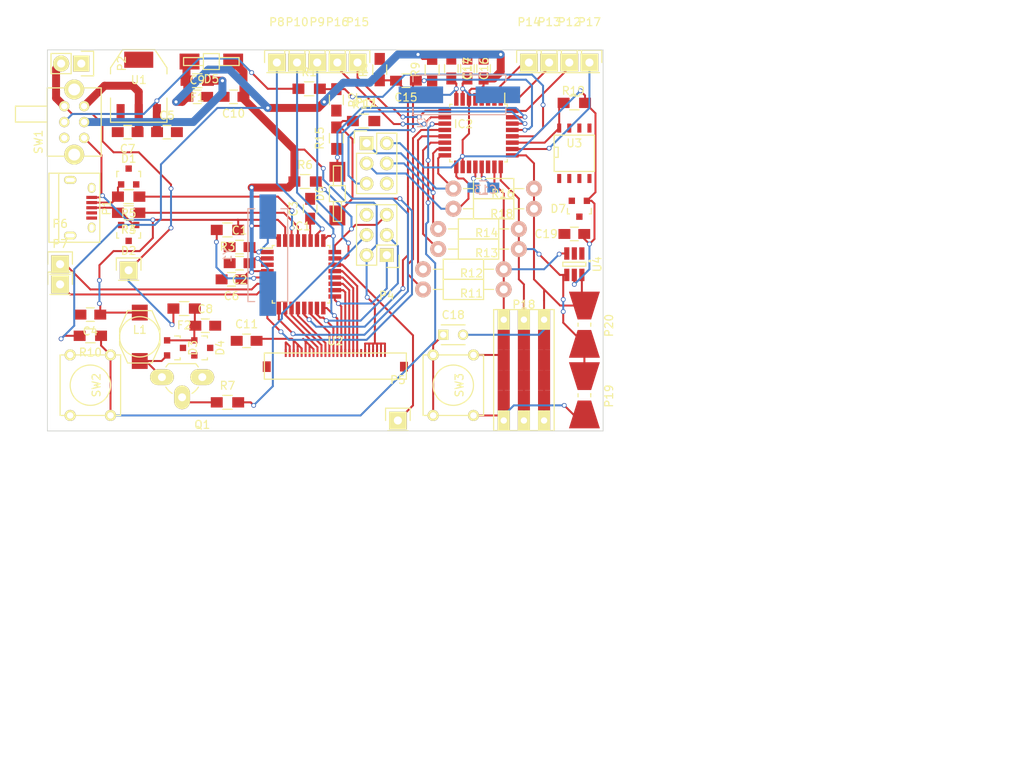
<source format=kicad_pcb>
(kicad_pcb (version 4) (host pcbnew 4.0.2+e4-6225~38~ubuntu16.04.1-stable)
  (layers (0 F.Cu signal) (31 B.Cu signal) (34 B.Paste user) (35 F.Paste user) (36 B.SilkS user) (37 F.SilkS user) (38 B.Mask user) (39 F.Mask user) (44 Edge.Cuts user))
  (net 0 "")
  (net 1 GND)
  (net 2 "Net-(C1-Pad2)")
  (net 3 "Net-(C2-Pad1)")
  (net 4 "Net-(C3-Pad1)")
  (net 5 /USB_Vcc)
  (net 6 Batt_Switch)
  (net 7 3Volt_16u)
  (net 8 /Volt_reg_5v)
  (net 9 "Net-(C8-Pad1)")
  (net 10 5Volt_328)
  (net 11 "Net-(C11-Pad2)")
  (net 12 "Net-(C13-Pad1)")
  (net 13 /RESET_328)
  (net 14 "Net-(C15-Pad2)")
  (net 15 "Net-(C16-Pad2)")
  (net 16 "Net-(C17-Pad2)")
  (net 17 "Net-(C18-Pad1)")
  (net 18 /DUT3)
  (net 19 /USB_D-)
  (net 20 /USB_D+)
  (net 21 "Net-(D3-Pad2)")
  (net 22 UART_328_TO_16u)
  (net 23 "Net-(D6-Pad2)")
  (net 24 "Net-(F1-Pad1)")
  (net 25 Battery_input)
  (net 26 /CHARGER_VOLTAGE_SENSE)
  (net 27 "Net-(IC1-Pad6)")
  (net 28 "Net-(IC1-Pad7)")
  (net 29 UART_16u_TO_328)
  (net 30 /lcd_reset-niet)
  (net 31 /lcd_klok)
  (net 32 /control-niet_data-wel)
  (net 33 /LCD_DATA_B0)
  (net 34 /LCD_DATA_B1)
  (net 35 /LCD_DATA_B2)
  (net 36 /LCD_DATA_B3)
  (net 37 /LCD_DATA_B4)
  (net 38 /LCD_DATA_B5)
  (net 39 /LCD_DATA_B6)
  (net 40 /LCD_DATA_B7)
  (net 41 "Net-(IC1-Pad22)")
  (net 42 "Net-(IC1-Pad23)")
  (net 43 /RESET_16u)
  (net 44 /CHARGER_SWITCHING)
  (net 45 "Net-(IC1-Pad26)")
  (net 46 "Net-(IC1-Pad29)")
  (net 47 "Net-(IC1-Pad30)")
  (net 48 "Net-(IC2-Pad1)")
  (net 49 "Net-(IC2-Pad2)")
  (net 50 "Net-(IC2-Pad9)")
  (net 51 "Net-(IC2-Pad10)")
  (net 52 "Net-(IC2-Pad11)")
  (net 53 "Net-(IC2-Pad12)")
  (net 54 "Net-(IC2-Pad13)")
  (net 55 "Net-(IC2-Pad14)")
  (net 56 "Net-(IC2-Pad15)")
  (net 57 "Net-(IC2-Pad16)")
  (net 58 "Net-(IC2-Pad17)")
  (net 59 "Net-(IC2-Pad19)")
  (net 60 "Net-(IC2-Pad22)")
  (net 61 /DUT1)
  (net 62 /DUT2)
  (net 63 "Net-(IC2-Pad26)")
  (net 64 /Reference_voltage)
  (net 65 /Battery_measure)
  (net 66 "Net-(IC2-Pad32)")
  (net 67 "Net-(P1-Pad4)")
  (net 68 "Net-(Q1-Pad2)")
  (net 69 "Net-(SW1-Pad6)")
  (net 70 "Net-(U3-Pad7)")
  (net 71 "Net-(U3-Pad6)")
  (net 72 "Net-(U3-Pad5)")
  (net 73 "Net-(U3-Pad3)")
  (net 74 "Net-(U3-Pad2)")
  (net 75 "Net-(U3-Pad1)")
  (net 76 "Net-(U4-Pad1)")
  (module Housings_QFP:TQFP-32_7x7mm_Pitch0.8mm (layer F.Cu) (at 154.305 110.49 270)
    (fp_text reference IC2 (at -1.143 1.905 360) (layer F.SilkS))
    (fp_text value ATMEGA328P-A)
    (pad 1 smd rect (at -4.25 -2.8 270) (size 1.6 0.55) (layers F.Cu F.Paste F.Mask) (net 48 "Net-(IC2-Pad1)"))
    (pad 2 smd rect (at -4.25 -2 270) (size 1.6 0.55) (layers F.Cu F.Paste F.Mask) (net 49 "Net-(IC2-Pad2)"))
    (pad 3 smd rect (at -4.25 -1.2 270) (size 1.6 0.55) (layers F.Cu F.Paste F.Mask) (net 1 GND))
    (pad 4 smd rect (at -4.25 -0.4 270) (size 1.6 0.55) (layers F.Cu F.Paste F.Mask) (net 10 5Volt_328))
    (pad 5 smd rect (at -4.25 0.4 270) (size 1.6 0.55) (layers F.Cu F.Paste F.Mask) (net 1 GND))
    (pad 6 smd rect (at -4.25 1.2 270) (size 1.6 0.55) (layers F.Cu F.Paste F.Mask) (net 10 5Volt_328))
    (pad 7 smd rect (at -4.25 2 270) (size 1.6 0.55) (layers F.Cu F.Paste F.Mask) (net 15 "Net-(C16-Pad2)"))
    (pad 8 smd rect (at -4.25 2.8 270) (size 1.6 0.55) (layers F.Cu F.Paste F.Mask) (net 16 "Net-(C17-Pad2)"))
    (pad 9 smd rect (at -2.8 4.25) (size 1.6 0.55) (layers F.Cu F.Paste F.Mask) (net 50 "Net-(IC2-Pad9)"))
    (pad 10 smd rect (at -2 4.25) (size 1.6 0.55) (layers F.Cu F.Paste F.Mask) (net 51 "Net-(IC2-Pad10)"))
    (pad 11 smd rect (at -1.2 4.25) (size 1.6 0.55) (layers F.Cu F.Paste F.Mask) (net 52 "Net-(IC2-Pad11)"))
    (pad 12 smd rect (at -0.4 4.25) (size 1.6 0.55) (layers F.Cu F.Paste F.Mask) (net 53 "Net-(IC2-Pad12)"))
    (pad 13 smd rect (at 0.4 4.25) (size 1.6 0.55) (layers F.Cu F.Paste F.Mask) (net 54 "Net-(IC2-Pad13)"))
    (pad 14 smd rect (at 1.2 4.25) (size 1.6 0.55) (layers F.Cu F.Paste F.Mask) (net 55 "Net-(IC2-Pad14)"))
    (pad 15 smd rect (at 2 4.25) (size 1.6 0.55) (layers F.Cu F.Paste F.Mask) (net 56 "Net-(IC2-Pad15)"))
    (pad 16 smd rect (at 2.8 4.25) (size 1.6 0.55) (layers F.Cu F.Paste F.Mask) (net 57 "Net-(IC2-Pad16)"))
    (pad 17 smd rect (at 4.25 2.8 270) (size 1.6 0.55) (layers F.Cu F.Paste F.Mask) (net 58 "Net-(IC2-Pad17)"))
    (pad 18 smd rect (at 4.25 2 270) (size 1.6 0.55) (layers F.Cu F.Paste F.Mask) (net 10 5Volt_328))
    (pad 19 smd rect (at 4.25 1.2 270) (size 1.6 0.55) (layers F.Cu F.Paste F.Mask) (net 59 "Net-(IC2-Pad19)"))
    (pad 20 smd rect (at 4.25 0.4 270) (size 1.6 0.55) (layers F.Cu F.Paste F.Mask) (net 12 "Net-(C13-Pad1)"))
    (pad 21 smd rect (at 4.25 -0.4 270) (size 1.6 0.55) (layers F.Cu F.Paste F.Mask) (net 1 GND))
    (pad 22 smd rect (at 4.25 -1.2 270) (size 1.6 0.55) (layers F.Cu F.Paste F.Mask) (net 60 "Net-(IC2-Pad22)"))
    (pad 23 smd rect (at 4.25 -2 270) (size 1.6 0.55) (layers F.Cu F.Paste F.Mask) (net 61 /DUT1))
    (pad 24 smd rect (at 4.25 -2.8 270) (size 1.6 0.55) (layers F.Cu F.Paste F.Mask) (net 62 /DUT2))
    (pad 25 smd rect (at 2.8 -4.25) (size 1.6 0.55) (layers F.Cu F.Paste F.Mask) (net 18 /DUT3))
    (pad 26 smd rect (at 2 -4.25) (size 1.6 0.55) (layers F.Cu F.Paste F.Mask) (net 63 "Net-(IC2-Pad26)"))
    (pad 27 smd rect (at 1.2 -4.25) (size 1.6 0.55) (layers F.Cu F.Paste F.Mask) (net 64 /Reference_voltage))
    (pad 28 smd rect (at 0.4 -4.25) (size 1.6 0.55) (layers F.Cu F.Paste F.Mask) (net 65 /Battery_measure))
    (pad 29 smd rect (at -0.4 -4.25) (size 1.6 0.55) (layers F.Cu F.Paste F.Mask) (net 13 /RESET_328))
    (pad 30 smd rect (at -1.2 -4.25) (size 1.6 0.55) (layers F.Cu F.Paste F.Mask) (net 29 UART_16u_TO_328))
    (pad 31 smd rect (at -2 -4.25) (size 1.6 0.55) (layers F.Cu F.Paste F.Mask) (net 23 "Net-(D6-Pad2)"))
    (pad 32 smd rect (at -2.8 -4.25) (size 1.6 0.55) (layers F.Cu F.Paste F.Mask) (net 66 "Net-(IC2-Pad32)"))
  )
  (module Capacitors_SMD:C_0805_HandSoldering (layer F.Cu) (at 124.206 124.841)
    (fp_text reference C1 (at 0 -2.1) (layer F.SilkS))
    (fp_text value 22p)
    (pad 1 smd rect (at -1.25 0) (size 1.5 1.25) (layers F.Cu F.Paste F.Mask) (net 1 GND))
    (pad 2 smd rect (at 1.25 0) (size 1.5 1.25) (layers F.Cu F.Paste F.Mask) (net 2 "Net-(C1-Pad2)"))
  )
  (module Capacitors_SMD:C_0805_HandSoldering (layer F.Cu) (at 124.206 126.873 180)
    (fp_text reference C2 (at 0 -2.1 180) (layer F.SilkS))
    (fp_text value 22p)
    (pad 1 smd rect (at -1.25 0 180) (size 1.5 1.25) (layers F.Cu F.Paste F.Mask) (net 3 "Net-(C2-Pad1)"))
    (pad 2 smd rect (at 1.25 0 180) (size 1.5 1.25) (layers F.Cu F.Paste F.Mask) (net 1 GND))
  )
  (module Capacitors_SMD:C_0805_HandSoldering (layer F.Cu) (at 133.096 120.015 90)
    (fp_text reference C3 (at 0 -2.1 90) (layer F.SilkS))
    (fp_text value 1uF)
    (pad 1 smd rect (at -1.25 0 90) (size 1.5 1.25) (layers F.Cu F.Paste F.Mask) (net 4 "Net-(C3-Pad1)"))
    (pad 2 smd rect (at 1.25 0 90) (size 1.5 1.25) (layers F.Cu F.Paste F.Mask) (net 1 GND))
  )
  (module Capacitors_SMD:C_0805_HandSoldering (layer F.Cu) (at 105.41 133.35 180)
    (fp_text reference C4 (at 0 -2.1 180) (layer F.SilkS))
    (fp_text value 100n)
    (pad 1 smd rect (at -1.25 0 180) (size 1.5 1.25) (layers F.Cu F.Paste F.Mask) (net 5 /USB_Vcc))
    (pad 2 smd rect (at 1.25 0 180) (size 1.5 1.25) (layers F.Cu F.Paste F.Mask) (net 1 GND))
  )
  (module Capacitors_SMD:C_0805_HandSoldering (layer F.Cu) (at 115.062 110.363)
    (fp_text reference C5 (at 0 -2.1) (layer F.SilkS))
    (fp_text value 10u)
    (pad 1 smd rect (at -1.25 0) (size 1.5 1.25) (layers F.Cu F.Paste F.Mask) (net 6 Batt_Switch))
    (pad 2 smd rect (at 1.25 0) (size 1.5 1.25) (layers F.Cu F.Paste F.Mask) (net 1 GND))
  )
  (module Capacitors_SMD:C_0805_HandSoldering (layer F.Cu) (at 123.19 128.905 180)
    (fp_text reference C6 (at 0 -2.1 180) (layer F.SilkS))
    (fp_text value 100n)
    (pad 1 smd rect (at -1.25 0 180) (size 1.5 1.25) (layers F.Cu F.Paste F.Mask) (net 7 3Volt_16u))
    (pad 2 smd rect (at 1.25 0 180) (size 1.5 1.25) (layers F.Cu F.Paste F.Mask) (net 1 GND))
  )
  (module Capacitors_SMD:C_0805_HandSoldering (layer F.Cu) (at 110.109 110.363 180)
    (fp_text reference C7 (at 0 -2.1 180) (layer F.SilkS))
    (fp_text value 10u)
    (pad 1 smd rect (at -1.25 0 180) (size 1.5 1.25) (layers F.Cu F.Paste F.Mask) (net 8 /Volt_reg_5v))
    (pad 2 smd rect (at 1.25 0 180) (size 1.5 1.25) (layers F.Cu F.Paste F.Mask) (net 1 GND))
  )
  (module Capacitors_SMD:C_0805_HandSoldering (layer F.Cu) (at 119.888 134.747)
    (fp_text reference C8 (at 0 -2.1) (layer F.SilkS))
    (fp_text value C_Small)
    (pad 1 smd rect (at -1.25 0) (size 1.5 1.25) (layers F.Cu F.Paste F.Mask) (net 9 "Net-(C8-Pad1)"))
    (pad 2 smd rect (at 1.25 0) (size 1.5 1.25) (layers F.Cu F.Paste F.Mask) (net 1 GND))
  )
  (module Capacitors_SMD:C_0805_HandSoldering (layer F.Cu) (at 118.872 105.918)
    (fp_text reference C9 (at 0 -2.1) (layer F.SilkS))
    (fp_text value 10uF)
    (pad 1 smd rect (at -1.25 0) (size 1.5 1.25) (layers F.Cu F.Paste F.Mask) (net 10 5Volt_328))
    (pad 2 smd rect (at 1.25 0) (size 1.5 1.25) (layers F.Cu F.Paste F.Mask) (net 1 GND))
  )
  (module Capacitors_SMD:C_0805_HandSoldering (layer F.Cu) (at 123.444 105.918 180)
    (fp_text reference C10 (at 0 -2.1 180) (layer F.SilkS))
    (fp_text value 10uF)
    (pad 1 smd rect (at -1.25 0 180) (size 1.5 1.25) (layers F.Cu F.Paste F.Mask) (net 7 3Volt_16u))
    (pad 2 smd rect (at 1.25 0 180) (size 1.5 1.25) (layers F.Cu F.Paste F.Mask) (net 1 GND))
  )
  (module Capacitors_SMD:C_0805_HandSoldering (layer F.Cu) (at 125.095 136.652)
    (fp_text reference C11 (at 0 -2.1) (layer F.SilkS))
    (fp_text value 1u)
    (pad 1 smd rect (at -1.25 0) (size 1.5 1.25) (layers F.Cu F.Paste F.Mask) (net 1 GND))
    (pad 2 smd rect (at 1.25 0) (size 1.5 1.25) (layers F.Cu F.Paste F.Mask) (net 11 "Net-(C11-Pad2)"))
  )
  (module Capacitors_SMD:C_0805_HandSoldering (layer B.Cu) (at 154.9146 117.348)
    (fp_text reference C13 (at 0.254 0.254) (layer B.SilkS) (effects (justify mirror)))
    (fp_text value 1n)
    (pad 1 smd rect (at -1.25 0) (size 1.5 1.25) (layers B.Cu B.Paste B.Mask) (net 12 "Net-(C13-Pad1)"))
    (pad 2 smd rect (at 1.25 0) (size 1.5 1.25) (layers B.Cu B.Paste B.Mask) (net 1 GND))
  )
  (module Capacitors_SMD:C_0805_HandSoldering (layer F.Cu) (at 154.94 102.362 90)
    (fp_text reference C14 (at 0 -2.1 90) (layer F.SilkS))
    (fp_text value 100n)
    (pad 1 smd rect (at -1.25 0 90) (size 1.5 1.25) (layers F.Cu F.Paste F.Mask) (net 10 5Volt_328))
    (pad 2 smd rect (at 1.25 0 90) (size 1.5 1.25) (layers F.Cu F.Paste F.Mask) (net 1 GND))
  )
  (module Capacitors_SMD:C_0805_HandSoldering (layer F.Cu) (at 145.161 103.886 180)
    (fp_text reference C15 (at 0 -2.1 180) (layer F.SilkS))
    (fp_text value 100n)
    (pad 1 smd rect (at -1.25 0 180) (size 1.5 1.25) (layers F.Cu F.Paste F.Mask) (net 13 /RESET_328))
    (pad 2 smd rect (at 1.25 0 180) (size 1.5 1.25) (layers F.Cu F.Paste F.Mask) (net 14 "Net-(C15-Pad2)"))
  )
  (module Capacitors_SMD:C_0805_HandSoldering (layer F.Cu) (at 152.908 102.362 270)
    (fp_text reference C16 (at 0 -2.1 270) (layer F.SilkS))
    (fp_text value 22pF)
    (pad 1 smd rect (at -1.25 0 270) (size 1.5 1.25) (layers F.Cu F.Paste F.Mask) (net 1 GND))
    (pad 2 smd rect (at 1.25 0 270) (size 1.5 1.25) (layers F.Cu F.Paste F.Mask) (net 15 "Net-(C16-Pad2)"))
  )
  (module Capacitors_SMD:C_0805_HandSoldering (layer F.Cu) (at 150.876 102.362 270)
    (fp_text reference C17 (at 0 -2.1 270) (layer F.SilkS))
    (fp_text value 22pF)
    (pad 1 smd rect (at -1.25 0 270) (size 1.5 1.25) (layers F.Cu F.Paste F.Mask) (net 1 GND))
    (pad 2 smd rect (at 1.25 0 270) (size 1.5 1.25) (layers F.Cu F.Paste F.Mask) (net 16 "Net-(C17-Pad2)"))
  )
  (module Capacitors_SMD:C_0805_HandSoldering (layer F.Cu) (at 166.37 123.19 180)
    (fp_text reference C19 (at 3.556 0 180) (layer F.SilkS))
    (fp_text value 100n)
    (pad 1 smd rect (at -1.25 0 180) (size 1.5 1.25) (layers F.Cu F.Paste F.Mask) (net 10 5Volt_328))
    (pad 2 smd rect (at 1.25 0 180) (size 1.5 1.25) (layers F.Cu F.Paste F.Mask) (net 1 GND))
  )
  (module TO_SOT_Packages_SMD:SOT-23 (layer F.Cu) (at 110.236 115.951)
    (fp_text reference D1 (at 0 -2.25) (layer F.SilkS))
    (fp_text value "3.6V <400mW")
    (pad 1 smd rect (at -0.95 1.00076) (size 0.8001 0.8001) (layers F.Cu F.Paste F.Mask) (net 19 /USB_D-))
    (pad 2 smd rect (at 0.95 1.00076) (size 0.8001 0.8001) (layers F.Cu F.Paste F.Mask) (net 1 GND))
    (pad 3 smd rect (at 0 -0.99822) (size 0.8001 0.8001) (layers F.Cu F.Paste F.Mask))
  )
  (module TO_SOT_Packages_SMD:SOT-23 (layer F.Cu) (at 110.236 123.063 180)
    (fp_text reference D2 (at 0 -2.25 180) (layer F.SilkS))
    (fp_text value "3.6V <400mW")
    (pad 1 smd rect (at -0.95 1.00076 180) (size 0.8001 0.8001) (layers F.Cu F.Paste F.Mask) (net 20 /USB_D+))
    (pad 2 smd rect (at 0.95 1.00076 180) (size 0.8001 0.8001) (layers F.Cu F.Paste F.Mask) (net 1 GND))
    (pad 3 smd rect (at 0 -0.99822 180) (size 0.8001 0.8001) (layers F.Cu F.Paste F.Mask))
  )
  (module TO_SOT_Packages_SMD:SOT-23 (layer F.Cu) (at 116.078 137.541 270)
    (fp_text reference D3 (at 0 -2.25 270) (layer F.SilkS))
    (fp_text value D)
    (pad 1 smd rect (at -0.95 1.00076 270) (size 0.8001 0.8001) (layers F.Cu F.Paste F.Mask) (net 9 "Net-(C8-Pad1)"))
    (pad 2 smd rect (at 0.95 1.00076 270) (size 0.8001 0.8001) (layers F.Cu F.Paste F.Mask) (net 21 "Net-(D3-Pad2)"))
    (pad 3 smd rect (at 0 -0.99822 270) (size 0.8001 0.8001) (layers F.Cu F.Paste F.Mask))
  )
  (module TO_SOT_Packages_SMD:SOT-23 (layer F.Cu) (at 119.507 137.541 270)
    (fp_text reference D4 (at 0 -2.25 270) (layer F.SilkS))
    (fp_text value ZENER)
    (pad 1 smd rect (at -0.95 1.00076 270) (size 0.8001 0.8001) (layers F.Cu F.Paste F.Mask) (net 9 "Net-(C8-Pad1)"))
    (pad 2 smd rect (at 0.95 1.00076 270) (size 0.8001 0.8001) (layers F.Cu F.Paste F.Mask) (net 1 GND))
    (pad 3 smd rect (at 0 -0.99822 270) (size 0.8001 0.8001) (layers F.Cu F.Paste F.Mask))
  )
  (module drawn_by_jpmeijers:FOON_LED (layer F.Cu) (at 120.65 101.473)
    (fp_text reference D5 (at 0 2.2) (layer F.SilkS))
    (fp_text value "RED LED")
    (pad 1 smd rect (at 2.75 0) (size 2.5 2) (layers F.Cu F.Paste F.Mask) (net 7 3Volt_16u))
    (pad 2 smd rect (at -2.75 0) (size 2.5 2) (layers F.Cu F.Paste F.Mask) (net 10 5Volt_328))
  )
  (module drawn_by_jpmeijers:FOON_LED (layer F.Cu) (at 136.525 118.11 270)
    (fp_text reference D6 (at 0 2.2 270) (layer F.SilkS))
    (fp_text value "RED LED (opt)")
    (pad 1 smd rect (at 2.75 0 270) (size 2.5 2) (layers F.Cu F.Paste F.Mask) (net 22 UART_328_TO_16u))
    (pad 2 smd rect (at -2.75 0 270) (size 2.5 2) (layers F.Cu F.Paste F.Mask) (net 23 "Net-(D6-Pad2)"))
  )
  (module TO_SOT_Packages_SMD:SOT-23 (layer F.Cu) (at 167.005 120.015 180)
    (fp_text reference D7 (at 2.667 0 180) (layer F.SilkS))
    (fp_text value P6KE6V8A)
    (pad 1 smd rect (at -0.95 1.00076 180) (size 0.8001 0.8001) (layers F.Cu F.Paste F.Mask) (net 10 5Volt_328))
    (pad 2 smd rect (at 0.95 1.00076 180) (size 0.8001 0.8001) (layers F.Cu F.Paste F.Mask) (net 1 GND))
    (pad 3 smd rect (at 0 -0.99822 180) (size 0.8001 0.8001) (layers F.Cu F.Paste F.Mask))
  )
  (module Resistors_SMD:R_0805_HandSoldering (layer F.Cu) (at 118.872 103.886 180)
    (fp_text reference F1 (at 0 -2.1 180) (layer F.SilkS))
    (fp_text value FUSE)
    (pad 1 smd rect (at -1.35 0 180) (size 1.5 1.3) (layers F.Cu F.Paste F.Mask) (net 24 "Net-(F1-Pad1)"))
    (pad 2 smd rect (at 1.35 0 180) (size 1.5 1.3) (layers F.Cu F.Paste F.Mask) (net 10 5Volt_328))
  )
  (module Resistors_SMD:R_0805_HandSoldering (layer F.Cu) (at 117.221 132.588 180)
    (fp_text reference F2 (at 0 -2.1 180) (layer F.SilkS))
    (fp_text value FUSE)
    (pad 1 smd rect (at -1.35 0 180) (size 1.5 1.3) (layers F.Cu F.Paste F.Mask) (net 9 "Net-(C8-Pad1)"))
    (pad 2 smd rect (at 1.35 0 180) (size 1.5 1.3) (layers F.Cu F.Paste F.Mask) (net 25 Battery_input))
  )
  (module Housings_QFP:TQFP-32_7x7mm_Pitch0.8mm (layer F.Cu) (at 131.953 128.27)
    (fp_text reference IC1 (at 0 -6.05) (layer F.SilkS))
    (fp_text value ATMEGA16U2)
    (pad 1 smd rect (at -4.25 -2.8) (size 1.6 0.55) (layers F.Cu F.Paste F.Mask) (net 2 "Net-(C1-Pad2)"))
    (pad 2 smd rect (at -4.25 -2) (size 1.6 0.55) (layers F.Cu F.Paste F.Mask) (net 3 "Net-(C2-Pad1)"))
    (pad 3 smd rect (at -4.25 -1.2) (size 1.6 0.55) (layers F.Cu F.Paste F.Mask) (net 1 GND))
    (pad 4 smd rect (at -4.25 -0.4) (size 1.6 0.55) (layers F.Cu F.Paste F.Mask) (net 7 3Volt_16u))
    (pad 5 smd rect (at -4.25 0.4) (size 1.6 0.55) (layers F.Cu F.Paste F.Mask) (net 26 /CHARGER_VOLTAGE_SENSE))
    (pad 6 smd rect (at -4.25 1.2) (size 1.6 0.55) (layers F.Cu F.Paste F.Mask) (net 27 "Net-(IC1-Pad6)"))
    (pad 7 smd rect (at -4.25 2) (size 1.6 0.55) (layers F.Cu F.Paste F.Mask) (net 28 "Net-(IC1-Pad7)"))
    (pad 8 smd rect (at -4.25 2.8) (size 1.6 0.55) (layers F.Cu F.Paste F.Mask) (net 22 UART_328_TO_16u))
    (pad 9 smd rect (at -2.8 4.25 90) (size 1.6 0.55) (layers F.Cu F.Paste F.Mask) (net 29 UART_16u_TO_328))
    (pad 10 smd rect (at -2 4.25 90) (size 1.6 0.55) (layers F.Cu F.Paste F.Mask) (net 30 /lcd_reset-niet))
    (pad 11 smd rect (at -1.2 4.25 90) (size 1.6 0.55) (layers F.Cu F.Paste F.Mask) (net 31 /lcd_klok))
    (pad 12 smd rect (at -0.4 4.25 90) (size 1.6 0.55) (layers F.Cu F.Paste F.Mask) (net 32 /control-niet_data-wel))
    (pad 13 smd rect (at 0.4 4.25 90) (size 1.6 0.55) (layers F.Cu F.Paste F.Mask) (net 14 "Net-(C15-Pad2)"))
    (pad 14 smd rect (at 1.2 4.25 90) (size 1.6 0.55) (layers F.Cu F.Paste F.Mask) (net 33 /LCD_DATA_B0))
    (pad 15 smd rect (at 2 4.25 90) (size 1.6 0.55) (layers F.Cu F.Paste F.Mask) (net 34 /LCD_DATA_B1))
    (pad 16 smd rect (at 2.8 4.25 90) (size 1.6 0.55) (layers F.Cu F.Paste F.Mask) (net 35 /LCD_DATA_B2))
    (pad 17 smd rect (at 4.25 2.8) (size 1.6 0.55) (layers F.Cu F.Paste F.Mask) (net 36 /LCD_DATA_B3))
    (pad 18 smd rect (at 4.25 2) (size 1.6 0.55) (layers F.Cu F.Paste F.Mask) (net 37 /LCD_DATA_B4))
    (pad 19 smd rect (at 4.25 1.2) (size 1.6 0.55) (layers F.Cu F.Paste F.Mask) (net 38 /LCD_DATA_B5))
    (pad 20 smd rect (at 4.25 0.4) (size 1.6 0.55) (layers F.Cu F.Paste F.Mask) (net 39 /LCD_DATA_B6))
    (pad 21 smd rect (at 4.25 -0.4) (size 1.6 0.55) (layers F.Cu F.Paste F.Mask) (net 40 /LCD_DATA_B7))
    (pad 22 smd rect (at 4.25 -1.2) (size 1.6 0.55) (layers F.Cu F.Paste F.Mask) (net 41 "Net-(IC1-Pad22)"))
    (pad 23 smd rect (at 4.25 -2) (size 1.6 0.55) (layers F.Cu F.Paste F.Mask) (net 42 "Net-(IC1-Pad23)"))
    (pad 24 smd rect (at 4.25 -2.8) (size 1.6 0.55) (layers F.Cu F.Paste F.Mask) (net 43 /RESET_16u))
    (pad 25 smd rect (at 2.8 -4.25 90) (size 1.6 0.55) (layers F.Cu F.Paste F.Mask) (net 44 /CHARGER_SWITCHING))
    (pad 26 smd rect (at 2 -4.25 90) (size 1.6 0.55) (layers F.Cu F.Paste F.Mask) (net 45 "Net-(IC1-Pad26)"))
    (pad 27 smd rect (at 1.2 -4.25 90) (size 1.6 0.55) (layers F.Cu F.Paste F.Mask) (net 4 "Net-(C3-Pad1)"))
    (pad 28 smd rect (at 0.4 -4.25 90) (size 1.6 0.55) (layers F.Cu F.Paste F.Mask) (net 1 GND))
    (pad 29 smd rect (at -0.4 -4.25 90) (size 1.6 0.55) (layers F.Cu F.Paste F.Mask) (net 46 "Net-(IC1-Pad29)"))
    (pad 30 smd rect (at -1.2 -4.25 90) (size 1.6 0.55) (layers F.Cu F.Paste F.Mask) (net 47 "Net-(IC1-Pad30)"))
    (pad 31 smd rect (at -2 -4.25 90) (size 1.6 0.55) (layers F.Cu F.Paste F.Mask) (net 5 /USB_Vcc))
    (pad 32 smd rect (at -2.8 -4.25 90) (size 1.6 0.55) (layers F.Cu F.Paste F.Mask) (net 7 3Volt_16u))
  )
  (module Inductors:SELF-WE-PD3S (layer F.Cu) (at 111.633 136.144 270)
    (fp_text reference L1 (at -0.889 0 360) (layer F.SilkS))
    (fp_text value INDUCTOR)
    (pad 1 smd rect (at -3.048 0 270) (size 1.99898 1.99898) (layers F.Cu F.Paste F.Mask) (net 5 /USB_Vcc))
    (pad 2 smd rect (at 3.048 0 270) (size 1.99898 1.99898) (layers F.Cu F.Paste F.Mask) (net 21 "Net-(D3-Pad2)"))
  )
  (module Connect:USB_Micro-B (layer F.Cu) (at 104.013 119.888 270)
    (fp_text reference P1 (at 0 -3.45 270) (layer F.SilkS))
    (fp_text value USB_OTG)
    (pad 1 smd rect (at -1.3009 -1.56254) (size 1.35 0.4) (layers F.Cu F.Paste F.Mask) (net 5 /USB_Vcc))
    (pad 2 smd rect (at -0.6509 -1.56254) (size 1.35 0.4) (layers F.Cu F.Paste F.Mask) (net 19 /USB_D-))
    (pad 3 smd rect (at -0.0009 -1.56254) (size 1.35 0.4) (layers F.Cu F.Paste F.Mask) (net 20 /USB_D+))
    (pad 4 smd rect (at 0.6491 -1.56254) (size 1.35 0.4) (layers F.Cu F.Paste F.Mask) (net 67 "Net-(P1-Pad4)"))
    (pad 5 smd rect (at 1.2991 -1.56254) (size 1.35 0.4) (layers F.Cu F.Paste F.Mask) (net 1 GND))
    (pad 6 thru_hole oval (at -2.5009 -1.56254) (size 0.95 1.25) (drill oval 0.55 0.85) (layers *.Cu *.Mask F.SilkS) (net 1 GND))
    (pad 6 thru_hole oval (at 2.4991 -1.56254) (size 0.95 1.25) (drill oval 0.55 0.85) (layers *.Cu *.Mask F.SilkS) (net 1 GND))
    (pad 6 thru_hole oval (at -3.5009 1.13746) (size 1.55 1) (drill oval 1.15 0.5) (layers *.Cu *.Mask F.SilkS) (net 1 GND))
    (pad 6 thru_hole oval (at 3.4991 1.13746) (size 1.55 1) (drill oval 1.15 0.5) (layers *.Cu *.Mask F.SilkS) (net 1 GND))
  )
  (module Pin_Headers:Pin_Header_Straight_1x02 (layer F.Cu) (at 104.267 101.727 270)
    (fp_text reference P2 (at 0 -5.1 270) (layer F.SilkS))
    (fp_text value BATTERY_CONNECTOR)
    (pad 1 thru_hole rect (at 0 0 270) (size 2.032 2.032) (drill 1.016) (layers *.Cu *.Mask F.SilkS) (net 1 GND))
    (pad 2 thru_hole oval (at 0 2.54 270) (size 2.032 2.032) (drill 1.016) (layers *.Cu *.Mask F.SilkS) (net 25 Battery_input))
  )
  (module Pin_Headers:Pin_Header_Straight_1x01 (layer F.Cu) (at 110.236 127.762)
    (fp_text reference P3 (at 0 -5.1) (layer F.SilkS))
    (fp_text value Voltage_for_zener)
    (pad 1 thru_hole rect (at 0 0) (size 2.2352 2.2352) (drill 1.016) (layers *.Cu *.Mask F.SilkS) (net 25 Battery_input))
  )
  (module Pin_Headers:Pin_Header_Straight_2x03 (layer F.Cu) (at 142.748 125.857 180)
    (fp_text reference P4 (at 0 -5.1 180) (layer F.SilkS))
    (fp_text value ICSP_prog_16u2)
    (pad 1 thru_hole rect (at 0 0 180) (size 1.7272 1.7272) (drill 1.016) (layers *.Cu *.Mask F.SilkS) (net 36 /LCD_DATA_B3))
    (pad 2 thru_hole oval (at 2.54 0 180) (size 1.7272 1.7272) (drill 1.016) (layers *.Cu *.Mask F.SilkS) (net 7 3Volt_16u))
    (pad 3 thru_hole oval (at 0 2.54 180) (size 1.7272 1.7272) (drill 1.016) (layers *.Cu *.Mask F.SilkS) (net 34 /LCD_DATA_B1))
    (pad 4 thru_hole oval (at 2.54 2.54 180) (size 1.7272 1.7272) (drill 1.016) (layers *.Cu *.Mask F.SilkS) (net 35 /LCD_DATA_B2))
    (pad 5 thru_hole oval (at 0 5.08 180) (size 1.7272 1.7272) (drill 1.016) (layers *.Cu *.Mask F.SilkS) (net 43 /RESET_16u))
    (pad 6 thru_hole oval (at 2.54 5.08 180) (size 1.7272 1.7272) (drill 1.016) (layers *.Cu *.Mask F.SilkS) (net 1 GND))
  )
  (module Pin_Headers:Pin_Header_Straight_1x01 (layer F.Cu) (at 144.145 146.685)
    (fp_text reference P5 (at 0 -5.1) (layer F.SilkS))
    (fp_text value BO_PC7)
    (pad 1 thru_hole rect (at 0 0) (size 2.2352 2.2352) (drill 1.016) (layers *.Cu *.Mask F.SilkS) (net 41 "Net-(IC1-Pad22)"))
  )
  (module Pin_Headers:Pin_Header_Straight_1x01 (layer F.Cu) (at 101.6 127)
    (fp_text reference P6 (at 0 -5.1) (layer F.SilkS))
    (fp_text value BO_PD0)
    (pad 1 thru_hole rect (at 0 0) (size 2.2352 2.2352) (drill 1.016) (layers *.Cu *.Mask F.SilkS) (net 27 "Net-(IC1-Pad6)"))
  )
  (module Pin_Headers:Pin_Header_Straight_1x01 (layer F.Cu) (at 101.6 129.54)
    (fp_text reference P7 (at 0 -5.1) (layer F.SilkS))
    (fp_text value BO_PD1)
    (pad 1 thru_hole rect (at 0 0) (size 2.2352 2.2352) (drill 1.016) (layers *.Cu *.Mask F.SilkS) (net 28 "Net-(IC1-Pad7)"))
  )
  (module Pin_Headers:Pin_Header_Straight_1x01 (layer F.Cu) (at 128.905 101.6)
    (fp_text reference P8 (at 0 -5.1) (layer F.SilkS))
    (fp_text value BO_PC4)
    (pad 1 thru_hole rect (at 0 0) (size 2.2352 2.2352) (drill 1.016) (layers *.Cu *.Mask F.SilkS) (net 45 "Net-(IC1-Pad26)"))
  )
  (module Pin_Headers:Pin_Header_Straight_1x01 (layer F.Cu) (at 133.985 101.6)
    (fp_text reference P9 (at 0 -5.1) (layer F.SilkS))
    (fp_text value BO_PC6)
    (pad 1 thru_hole rect (at 0 0) (size 2.2352 2.2352) (drill 1.016) (layers *.Cu *.Mask F.SilkS) (net 42 "Net-(IC1-Pad23)"))
  )
  (module Pin_Headers:Pin_Header_Straight_1x01 (layer F.Cu) (at 131.445 101.6)
    (fp_text reference P10 (at 0 -5.1) (layer F.SilkS))
    (fp_text value BO_PC5)
    (pad 1 thru_hole rect (at 0 0) (size 2.2352 2.2352) (drill 1.016) (layers *.Cu *.Mask F.SilkS) (net 44 /CHARGER_SWITCHING))
  )
  (module Pin_Headers:Pin_Header_Straight_2x03 (layer F.Cu) (at 140.208 111.76)
    (fp_text reference P11 (at 0 -5.1) (layer F.SilkS))
    (fp_text value ICSP_prog_328p)
    (pad 1 thru_hole rect (at 0 0) (size 1.7272 1.7272) (drill 1.016) (layers *.Cu *.Mask F.SilkS) (net 57 "Net-(IC2-Pad16)"))
    (pad 2 thru_hole oval (at 2.54 0) (size 1.7272 1.7272) (drill 1.016) (layers *.Cu *.Mask F.SilkS) (net 10 5Volt_328))
    (pad 3 thru_hole oval (at 0 2.54) (size 1.7272 1.7272) (drill 1.016) (layers *.Cu *.Mask F.SilkS) (net 58 "Net-(IC2-Pad17)"))
    (pad 4 thru_hole oval (at 2.54 2.54) (size 1.7272 1.7272) (drill 1.016) (layers *.Cu *.Mask F.SilkS) (net 56 "Net-(IC2-Pad15)"))
    (pad 5 thru_hole oval (at 0 5.08) (size 1.7272 1.7272) (drill 1.016) (layers *.Cu *.Mask F.SilkS) (net 13 /RESET_328))
    (pad 6 thru_hole oval (at 2.54 5.08) (size 1.7272 1.7272) (drill 1.016) (layers *.Cu *.Mask F.SilkS) (net 1 GND))
  )
  (module Pin_Headers:Pin_Header_Straight_1x01 (layer F.Cu) (at 165.735 101.6)
    (fp_text reference P12 (at 0 -5.1) (layer F.SilkS))
    (fp_text value BO_PD2)
    (pad 1 thru_hole rect (at 0 0) (size 2.2352 2.2352) (drill 1.016) (layers *.Cu *.Mask F.SilkS) (net 66 "Net-(IC2-Pad32)"))
  )
  (module Pin_Headers:Pin_Header_Straight_1x01 (layer F.Cu) (at 163.195 101.6)
    (fp_text reference P13 (at 0 -5.1) (layer F.SilkS))
    (fp_text value BO_PD3)
    (pad 1 thru_hole rect (at 0 0) (size 2.2352 2.2352) (drill 1.016) (layers *.Cu *.Mask F.SilkS) (net 48 "Net-(IC2-Pad1)"))
  )
  (module Pin_Headers:Pin_Header_Straight_1x01 (layer F.Cu) (at 160.655 101.6)
    (fp_text reference P14 (at 0 -5.1) (layer F.SilkS))
    (fp_text value BO_PD4)
    (pad 1 thru_hole rect (at 0 0) (size 2.2352 2.2352) (drill 1.016) (layers *.Cu *.Mask F.SilkS) (net 49 "Net-(IC2-Pad2)"))
  )
  (module Pin_Headers:Pin_Header_Straight_1x01 (layer F.Cu) (at 139.065 101.6)
    (fp_text reference P15 (at 0 -5.1) (layer F.SilkS))
    (fp_text value BO_PD5)
    (pad 1 thru_hole rect (at 0 0) (size 2.2352 2.2352) (drill 1.016) (layers *.Cu *.Mask F.SilkS) (net 50 "Net-(IC2-Pad9)"))
  )
  (module Pin_Headers:Pin_Header_Straight_1x01 (layer F.Cu) (at 136.525 101.6)
    (fp_text reference P16 (at 0 -5.1) (layer F.SilkS))
    (fp_text value BO_PD6)
    (pad 1 thru_hole rect (at 0 0) (size 2.2352 2.2352) (drill 1.016) (layers *.Cu *.Mask F.SilkS) (net 51 "Net-(IC2-Pad10)"))
  )
  (module Pin_Headers:Pin_Header_Straight_1x01 (layer F.Cu) (at 168.275 101.6)
    (fp_text reference P17 (at 0 -5.1) (layer F.SilkS))
    (fp_text value CONN_01X01)
    (pad 1 thru_hole rect (at 0 0) (size 2.2352 2.2352) (drill 1.016) (layers *.Cu *.Mask F.SilkS) (net 63 "Net-(IC2-Pad26)"))
  )
  (module TO_SOT_Packages_THT:TO-92_Rugged (layer F.Cu) (at 119.507 141.224 180)
    (fp_text reference Q1 (at 0 -6 180) (layer F.SilkS))
    (fp_text value TRANSISTOR_NPN_2N2222_KSP222A_TO92)
    (pad 2 thru_hole oval (at 2.54 -2.54 270) (size 2.99974 1.99898) (drill 1) (layers *.Cu *.Mask F.SilkS) (net 68 "Net-(Q1-Pad2)"))
    (pad 1 thru_hole oval (at 0 0 270) (size 1.99898 2.99974) (drill 1) (layers *.Cu *.Mask F.SilkS) (net 1 GND))
    (pad 3 thru_hole oval (at 5.08 0 270) (size 1.99898 2.99974) (drill 1) (layers *.Cu *.Mask F.SilkS) (net 21 "Net-(D3-Pad2)"))
  )
  (module Resistors_SMD:R_0805_HandSoldering (layer F.Cu) (at 132.969 104.902)
    (fp_text reference R1 (at 0 -2.1) (layer F.SilkS))
    (fp_text value 100k)
    (pad 1 smd rect (at -1.35 0) (size 1.5 1.3) (layers F.Cu F.Paste F.Mask) (net 6 Batt_Switch))
    (pad 2 smd rect (at 1.35 0) (size 1.5 1.3) (layers F.Cu F.Paste F.Mask) (net 65 /Battery_measure))
  )
  (module Resistors_SMD:R_0805_HandSoldering (layer F.Cu) (at 136.398 106.299 270)
    (fp_text reference R2 (at 0 -2.1 270) (layer F.SilkS))
    (fp_text value 33k)
    (pad 1 smd rect (at -1.35 0 270) (size 1.5 1.3) (layers F.Cu F.Paste F.Mask) (net 65 /Battery_measure))
    (pad 2 smd rect (at 1.35 0 270) (size 1.5 1.3) (layers F.Cu F.Paste F.Mask) (net 1 GND))
  )
  (module Resistors_SMD:R_0805_HandSoldering (layer F.Cu) (at 122.682 122.682 180)
    (fp_text reference R3 (at 0 -2.1 180) (layer F.SilkS))
    (fp_text value R)
    (pad 1 smd rect (at -1.35 0 180) (size 1.5 1.3) (layers F.Cu F.Paste F.Mask) (net 5 /USB_Vcc))
    (pad 2 smd rect (at 1.35 0 180) (size 1.5 1.3) (layers F.Cu F.Paste F.Mask) (net 26 /CHARGER_VOLTAGE_SENSE))
  )
  (module Resistors_SMD:R_0805_HandSoldering (layer F.Cu) (at 110.236 120.523 180)
    (fp_text reference R4 (at 0 -2.1 180) (layer F.SilkS))
    (fp_text value 22)
    (pad 1 smd rect (at -1.35 0 180) (size 1.5 1.3) (layers F.Cu F.Paste F.Mask) (net 46 "Net-(IC1-Pad29)"))
    (pad 2 smd rect (at 1.35 0 180) (size 1.5 1.3) (layers F.Cu F.Paste F.Mask) (net 20 /USB_D+))
  )
  (module Resistors_SMD:R_0805_HandSoldering (layer F.Cu) (at 110.236 118.491 180)
    (fp_text reference R5 (at 0 -2.1 180) (layer F.SilkS))
    (fp_text value 22)
    (pad 1 smd rect (at -1.35 0 180) (size 1.5 1.3) (layers F.Cu F.Paste F.Mask) (net 47 "Net-(IC1-Pad30)"))
    (pad 2 smd rect (at 1.35 0 180) (size 1.5 1.3) (layers F.Cu F.Paste F.Mask) (net 19 /USB_D-))
  )
  (module Resistors_SMD:R_0805_HandSoldering (layer F.Cu) (at 132.461 116.586)
    (fp_text reference R6 (at 0 -2.1) (layer F.SilkS))
    (fp_text value 10k)
    (pad 1 smd rect (at -1.35 0) (size 1.5 1.3) (layers F.Cu F.Paste F.Mask) (net 7 3Volt_16u))
    (pad 2 smd rect (at 1.35 0) (size 1.5 1.3) (layers F.Cu F.Paste F.Mask) (net 43 /RESET_16u))
  )
  (module Resistors_SMD:R_0805_HandSoldering (layer F.Cu) (at 122.682 144.399)
    (fp_text reference R7 (at 0 -2.1) (layer F.SilkS))
    (fp_text value R)
    (pad 1 smd rect (at -1.35 0) (size 1.5 1.3) (layers F.Cu F.Paste F.Mask) (net 68 "Net-(Q1-Pad2)"))
    (pad 2 smd rect (at 1.35 0) (size 1.5 1.3) (layers F.Cu F.Paste F.Mask) (net 44 /CHARGER_SWITCHING))
  )
  (module Resistors_SMD:R_0805_HandSoldering (layer F.Cu) (at 141.859 102.489 90)
    (fp_text reference R8 (at 0 -2.1 90) (layer F.SilkS))
    (fp_text value 10k)
    (pad 1 smd rect (at -1.35 0 90) (size 1.5 1.3) (layers F.Cu F.Paste F.Mask) (net 14 "Net-(C15-Pad2)"))
    (pad 2 smd rect (at 1.35 0 90) (size 1.5 1.3) (layers F.Cu F.Paste F.Mask) (net 1 GND))
  )
  (module Resistors_SMD:R_0805_HandSoldering (layer F.Cu) (at 148.463 102.489 90)
    (fp_text reference R9 (at 0 -2.1 90) (layer F.SilkS))
    (fp_text value 10k)
    (pad 1 smd rect (at -1.35 0 90) (size 1.5 1.3) (layers F.Cu F.Paste F.Mask) (net 13 /RESET_328))
    (pad 2 smd rect (at 1.35 0 90) (size 1.5 1.3) (layers F.Cu F.Paste F.Mask) (net 10 5Volt_328))
  )
  (module Resistors_SMD:R_0805_HandSoldering (layer F.Cu) (at 105.41 136.017 180)
    (fp_text reference R10 (at 0 -2.1 180) (layer F.SilkS))
    (fp_text value 10k)
    (pad 1 smd rect (at -1.35 0 180) (size 1.5 1.3) (layers F.Cu F.Paste F.Mask) (net 52 "Net-(IC2-Pad11)"))
    (pad 2 smd rect (at 1.35 0 180) (size 1.5 1.3) (layers F.Cu F.Paste F.Mask) (net 10 5Volt_328))
  )
  (module Resistors_SMD:R_0805_HandSoldering (layer F.Cu) (at 136.398 111.125 90)
    (fp_text reference R15 (at 0 -2.1 90) (layer F.SilkS))
    (fp_text value 1k)
    (pad 1 smd rect (at -1.35 0 90) (size 1.5 1.3) (layers F.Cu F.Paste F.Mask) (net 23 "Net-(D6-Pad2)"))
    (pad 2 smd rect (at 1.35 0 90) (size 1.5 1.3) (layers F.Cu F.Paste F.Mask) (net 22 UART_328_TO_16u))
  )
  (module Resistors_SMD:R_0805_HandSoldering (layer F.Cu) (at 139.827 108.966)
    (fp_text reference R17 (at 0 -2.1) (layer F.SilkS))
    (fp_text value 10k)
    (pad 1 smd rect (at -1.35 0) (size 1.5 1.3) (layers F.Cu F.Paste F.Mask) (net 22 UART_328_TO_16u))
    (pad 2 smd rect (at 1.35 0) (size 1.5 1.3) (layers F.Cu F.Paste F.Mask) (net 1 GND))
  )
  (module Resistors_SMD:R_0805_HandSoldering (layer F.Cu) (at 166.37 106.68 180)
    (fp_text reference R19 (at 0.127 1.524 180) (layer F.SilkS))
    (fp_text value 2k2)
    (pad 1 smd rect (at -1.35 0 180) (size 1.5 1.3) (layers F.Cu F.Paste F.Mask) (net 10 5Volt_328))
    (pad 2 smd rect (at 1.35 0 180) (size 1.5 1.3) (layers F.Cu F.Paste F.Mask) (net 64 /Reference_voltage))
  )
  (module drawn_by_jpmeijers:SWITCH_DPDT_SLIDE_OS202011MA0QN1 (layer F.Cu) (at 103.378 109.093 270)
    (fp_text reference SW1 (at 2.5 4.5 270) (layer F.SilkS))
    (fp_text value "ON-OFF switch")
    (pad 1 thru_hole circle (at 0 -1.25 270) (size 1.3 1.3) (drill 0.8) (layers *.Cu *.Mask F.SilkS) (net 24 "Net-(F1-Pad1)"))
    (pad 2 thru_hole circle (at -2 -1.25 270) (size 1.3 1.3) (drill 0.8) (layers *.Cu *.Mask F.SilkS) (net 8 /Volt_reg_5v))
    (pad 3 thru_hole circle (at 2 -1.25 270) (size 1.3 1.3) (drill 0.8) (layers *.Cu *.Mask F.SilkS) (net 5 /USB_Vcc))
    (pad 4 thru_hole circle (at 0 1.25 270) (size 1.3 1.3) (drill 0.8) (layers *.Cu *.Mask F.SilkS) (net 6 Batt_Switch))
    (pad 5 thru_hole circle (at -2 1.25 270) (size 1.3 1.3) (drill 0.8) (layers *.Cu *.Mask F.SilkS) (net 25 Battery_input))
    (pad 6 thru_hole circle (at 2 1.25 270) (size 1.3 1.3) (drill 0.8) (layers *.Cu *.Mask F.SilkS) (net 69 "Net-(SW1-Pad6)"))
    (pad 7 thru_hole circle (at -4.1 0 270) (size 2.5 2.5) (drill 1.5) (layers *.Cu *.Mask F.SilkS) (net 1 GND))
    (pad 8 thru_hole circle (at 4.1 0 270) (size 2.5 2.5) (drill 1.5) (layers *.Cu *.Mask F.SilkS) (net 1 GND))
  )
  (module Buttons_Switches_ThroughHole:SW_PUSH_SMALL (layer F.Cu) (at 105.41 142.24 270)
    (fp_text reference SW2 (at 0 -0.762 270) (layer F.SilkS))
    (fp_text value DO_MEASUREMENT)
    (pad 1 thru_hole circle (at 3.81 -2.54 270) (size 1.397 1.397) (drill 0.8128) (layers *.Cu *.Mask F.SilkS) (net 52 "Net-(IC2-Pad11)"))
    (pad 2 thru_hole circle (at 3.81 2.54 270) (size 1.397 1.397) (drill 0.8128) (layers *.Cu *.Mask F.SilkS) (net 1 GND))
    (pad 1 thru_hole circle (at -3.81 -2.54 270) (size 1.397 1.397) (drill 0.8128) (layers *.Cu *.Mask F.SilkS) (net 52 "Net-(IC2-Pad11)"))
    (pad 2 thru_hole circle (at -3.81 2.54 270) (size 1.397 1.397) (drill 0.8128) (layers *.Cu *.Mask F.SilkS) (net 1 GND))
  )
  (module Buttons_Switches_ThroughHole:SW_PUSH_SMALL (layer F.Cu) (at 151.13 142.24 270)
    (fp_text reference SW3 (at 0 -0.762 270) (layer F.SilkS))
    (fp_text value CONNECT_CAP)
    (pad 1 thru_hole circle (at 3.81 -2.54 270) (size 1.397 1.397) (drill 0.8128) (layers *.Cu *.Mask F.SilkS) (net 61 /DUT1))
    (pad 2 thru_hole circle (at 3.81 2.54 270) (size 1.397 1.397) (drill 0.8128) (layers *.Cu *.Mask F.SilkS) (net 17 "Net-(C18-Pad1)"))
    (pad 1 thru_hole circle (at -3.81 -2.54 270) (size 1.397 1.397) (drill 0.8128) (layers *.Cu *.Mask F.SilkS) (net 61 /DUT1))
    (pad 2 thru_hole circle (at -3.81 2.54 270) (size 1.397 1.397) (drill 0.8128) (layers *.Cu *.Mask F.SilkS) (net 17 "Net-(C18-Pad1)"))
  )
  (module TO_SOT_Packages_SMD:SOT-223 (layer F.Cu) (at 111.506 104.5464)
    (fp_text reference U1 (at 0 -0.762) (layer F.SilkS))
    (fp_text value NCP1117ST50T3G)
    (pad 4 smd rect (at 0 -3.302) (size 3.6576 2.032) (layers F.Cu F.Paste F.Mask))
    (pad 2 smd rect (at 0 3.302) (size 1.016 2.032) (layers F.Cu F.Paste F.Mask) (net 8 /Volt_reg_5v))
    (pad 3 smd rect (at 2.286 3.302) (size 1.016 2.032) (layers F.Cu F.Paste F.Mask) (net 6 Batt_Switch))
    (pad 1 smd rect (at -2.286 3.302) (size 1.016 2.032) (layers F.Cu F.Paste F.Mask) (net 1 GND))
  )
  (module drawn_by_jpmeijers:XF2L-2625-1A (layer F.Cu) (at 136.271 138.684)
    (fp_text reference U2 (at 0 -2) (layer F.SilkS))
    (fp_text value XF2L-2625-1A)
    (pad 26 smd rect (at -6.25 -0.5) (size 0.25 1) (layers F.Cu F.Paste F.Mask) (net 1 GND))
    (pad 25 smd rect (at -5.75 -0.5) (size 0.25 1) (layers F.Cu F.Paste F.Mask) (net 1 GND))
    (pad 24 smd rect (at -5.25 -0.5) (size 0.25 1) (layers F.Cu F.Paste F.Mask) (net 11 "Net-(C11-Pad2)"))
    (pad 23 smd rect (at -4.75 -0.5) (size 0.25 1) (layers F.Cu F.Paste F.Mask) (net 11 "Net-(C11-Pad2)"))
    (pad 22 smd rect (at -4.25 -0.5) (size 0.25 1) (layers F.Cu F.Paste F.Mask) (net 11 "Net-(C11-Pad2)"))
    (pad 21 smd rect (at -3.75 -0.5) (size 0.25 1) (layers F.Cu F.Paste F.Mask) (net 1 GND))
    (pad 20 smd rect (at -3.25 -0.5) (size 0.25 1) (layers F.Cu F.Paste F.Mask) (net 1 GND))
    (pad 19 smd rect (at -2.75 -0.5) (size 0.25 1) (layers F.Cu F.Paste F.Mask) (net 1 GND))
    (pad 18 smd rect (at -2.25 -0.5) (size 0.25 1) (layers F.Cu F.Paste F.Mask) (net 30 /lcd_reset-niet))
    (pad 17 smd rect (at -1.75 -0.5) (size 0.25 1) (layers F.Cu F.Paste F.Mask) (net 31 /lcd_klok))
    (pad 16 smd rect (at -1.25 -0.5) (size 0.25 1) (layers F.Cu F.Paste F.Mask) (net 32 /control-niet_data-wel))
    (pad 15 smd rect (at -0.75 -0.5) (size 0.25 1) (layers F.Cu F.Paste F.Mask) (net 33 /LCD_DATA_B0))
    (pad 14 smd rect (at -0.25 -0.5) (size 0.25 1) (layers F.Cu F.Paste F.Mask) (net 34 /LCD_DATA_B1))
    (pad 13 smd rect (at 0.25 -0.5) (size 0.25 1) (layers F.Cu F.Paste F.Mask) (net 35 /LCD_DATA_B2))
    (pad 12 smd rect (at 0.75 -0.5) (size 0.25 1) (layers F.Cu F.Paste F.Mask) (net 36 /LCD_DATA_B3))
    (pad 11 smd rect (at 1.25 -0.5) (size 0.25 1) (layers F.Cu F.Paste F.Mask) (net 37 /LCD_DATA_B4))
    (pad 10 smd rect (at 1.75 -0.5) (size 0.25 1) (layers F.Cu F.Paste F.Mask) (net 38 /LCD_DATA_B5))
    (pad 9 smd rect (at 2.25 -0.5) (size 0.25 1) (layers F.Cu F.Paste F.Mask) (net 39 /LCD_DATA_B6))
    (pad 8 smd rect (at 2.75 -0.5) (size 0.25 1) (layers F.Cu F.Paste F.Mask) (net 40 /LCD_DATA_B7))
    (pad 7 smd rect (at 3.25 -0.5) (size 0.25 1) (layers F.Cu F.Paste F.Mask) (net 1 GND))
    (pad 6 smd rect (at 3.75 -0.5) (size 0.25 1) (layers F.Cu F.Paste F.Mask) (net 7 3Volt_16u))
    (pad 5 smd rect (at 4.25 -0.5) (size 0.25 1) (layers F.Cu F.Paste F.Mask) (net 7 3Volt_16u))
    (pad 4 smd rect (at 4.75 -0.5) (size 0.25 1) (layers F.Cu F.Paste F.Mask) (net 7 3Volt_16u))
    (pad 3 smd rect (at 5.25 -0.5) (size 0.25 1) (layers F.Cu F.Paste F.Mask) (net 7 3Volt_16u))
    (pad 2 smd rect (at 5.75 -0.5) (size 0.25 1) (layers F.Cu F.Paste F.Mask) (net 7 3Volt_16u))
    (pad 1 smd rect (at 6.25 -0.5) (size 0.25 1) (layers F.Cu F.Paste F.Mask) (net 7 3Volt_16u))
    (pad 27 smd rect (at -8.64 1.22) (size 1 1.34) (layers F.Cu F.Paste F.Mask))
    (pad 28 smd rect (at 8.64 1.22) (size 1 1.22) (layers F.Cu F.Paste F.Mask))
  )
  (module SMD_Packages:SOIC-8-N (layer F.Cu) (at 166.37 113.03)
    (fp_text reference U3 (at 0 -1.27) (layer F.SilkS))
    (fp_text value LT1004)
    (pad 8 smd rect (at -1.905 -3.175) (size 0.508 1.143) (layers F.Cu F.Paste F.Mask) (net 64 /Reference_voltage))
    (pad 7 smd rect (at -0.635 -3.175) (size 0.508 1.143) (layers F.Cu F.Paste F.Mask) (net 70 "Net-(U3-Pad7)"))
    (pad 6 smd rect (at 0.635 -3.175) (size 0.508 1.143) (layers F.Cu F.Paste F.Mask) (net 71 "Net-(U3-Pad6)"))
    (pad 5 smd rect (at 1.905 -3.175) (size 0.508 1.143) (layers F.Cu F.Paste F.Mask) (net 72 "Net-(U3-Pad5)"))
    (pad 4 smd rect (at 1.905 3.175) (size 0.508 1.143) (layers F.Cu F.Paste F.Mask) (net 1 GND))
    (pad 3 smd rect (at 0.635 3.175) (size 0.508 1.143) (layers F.Cu F.Paste F.Mask) (net 73 "Net-(U3-Pad3)"))
    (pad 2 smd rect (at -0.635 3.175) (size 0.508 1.143) (layers F.Cu F.Paste F.Mask) (net 74 "Net-(U3-Pad2)"))
    (pad 1 smd rect (at -1.905 3.175) (size 0.508 1.143) (layers F.Cu F.Paste F.Mask) (net 75 "Net-(U3-Pad1)"))
  )
  (module TO_SOT_Packages_SMD:SOT-23-6_Handsoldering (layer F.Cu) (at 166.37 127 270)
    (fp_text reference U4 (at 0 -2.9 270) (layer F.SilkS))
    (fp_text value CDSOT23-SRV05-4)
    (pad 1 smd rect (at -1.35 -0.95 270) (size 1.56 0.65) (layers F.Cu F.Paste F.Mask) (net 76 "Net-(U4-Pad1)"))
    (pad 2 smd rect (at -1.35 0 270) (size 1.56 0.65) (layers F.Cu F.Paste F.Mask) (net 1 GND))
    (pad 3 smd rect (at -1.35 0.95 270) (size 1.56 0.65) (layers F.Cu F.Paste F.Mask) (net 61 /DUT1))
    (pad 4 smd rect (at 1.35 0.95 270) (size 1.56 0.65) (layers F.Cu F.Paste F.Mask) (net 62 /DUT2))
    (pad 6 smd rect (at 1.35 -0.95 270) (size 1.56 0.65) (layers F.Cu F.Paste F.Mask) (net 18 /DUT3))
    (pad 5 smd rect (at 1.35 0 270) (size 1.56 0.65) (layers F.Cu F.Paste F.Mask) (net 10 5Volt_328))
  )
  (module Capacitors_ThroughHole:C_Disc_D3_P2.5 (layer F.Cu) (at 149.86 135.89)
    (fp_text reference C18 (at 1.25 -2.5) (layer F.SilkS))
    (fp_text value "22nF high quality")
    (pad 1 thru_hole rect (at 0 0) (size 1.3 1.3) (drill 0.8) (layers *.Cu *.Mask F.SilkS) (net 17 "Net-(C18-Pad1)"))
    (pad 2 thru_hole circle (at 2.5 0) (size 1.3 1.3) (drill 0.8001) (layers *.Cu *.Mask F.SilkS) (net 18 /DUT3))
  )
  (module Resistors_ThroughHole:Resistor_Horizontal_RM10mm (layer F.Cu) (at 157.48 130.175 180)
    (fp_text reference R11 (at 4.064 -0.508 180) (layer F.SilkS))
    (fp_text value 680)
    (pad 1 thru_hole circle (at 0 0 180) (size 1.99898 1.99898) (drill 1.00076) (layers *.Cu *.SilkS *.Mask) (net 61 /DUT1))
    (pad 2 thru_hole circle (at 10.16 0 180) (size 1.99898 1.99898) (drill 1.00076) (layers *.Cu *.SilkS *.Mask) (net 53 "Net-(IC2-Pad12)"))
  )
  (module Resistors_ThroughHole:Resistor_Horizontal_RM10mm (layer F.Cu) (at 147.32 127.635)
    (fp_text reference R12 (at 6.096 0.508) (layer F.SilkS))
    (fp_text value 470k)
    (pad 1 thru_hole circle (at 0 0) (size 1.99898 1.99898) (drill 1.00076) (layers *.Cu *.SilkS *.Mask) (net 54 "Net-(IC2-Pad13)"))
    (pad 2 thru_hole circle (at 10.16 0) (size 1.99898 1.99898) (drill 1.00076) (layers *.Cu *.SilkS *.Mask) (net 61 /DUT1))
  )
  (module Resistors_ThroughHole:Resistor_Horizontal_RM10mm (layer F.Cu) (at 159.385 125.095 180)
    (fp_text reference R13 (at 4.064 -0.508 180) (layer F.SilkS))
    (fp_text value 680)
    (pad 1 thru_hole circle (at 0 0 180) (size 1.99898 1.99898) (drill 1.00076) (layers *.Cu *.SilkS *.Mask) (net 62 /DUT2))
    (pad 2 thru_hole circle (at 10.16 0 180) (size 1.99898 1.99898) (drill 1.00076) (layers *.Cu *.SilkS *.Mask) (net 55 "Net-(IC2-Pad14)"))
  )
  (module Resistors_ThroughHole:Resistor_Horizontal_RM10mm (layer F.Cu) (at 159.385 122.555 180)
    (fp_text reference R14 (at 4.064 -0.508 180) (layer F.SilkS))
    (fp_text value 470k)
    (pad 1 thru_hole circle (at 0 0 180) (size 1.99898 1.99898) (drill 1.00076) (layers *.Cu *.SilkS *.Mask) (net 62 /DUT2))
    (pad 2 thru_hole circle (at 10.16 0 180) (size 1.99898 1.99898) (drill 1.00076) (layers *.Cu *.SilkS *.Mask) (net 56 "Net-(IC2-Pad15)"))
  )
  (module Resistors_ThroughHole:Resistor_Horizontal_RM10mm (layer F.Cu) (at 161.29 117.475 180)
    (fp_text reference R16 (at 3.937 -0.635 180) (layer F.SilkS))
    (fp_text value 680)
    (pad 1 thru_hole circle (at 0 0 180) (size 1.99898 1.99898) (drill 1.00076) (layers *.Cu *.SilkS *.Mask) (net 18 /DUT3))
    (pad 2 thru_hole circle (at 10.16 0 180) (size 1.99898 1.99898) (drill 1.00076) (layers *.Cu *.SilkS *.Mask) (net 57 "Net-(IC2-Pad16)"))
  )
  (module Resistors_ThroughHole:Resistor_Horizontal_RM10mm (layer F.Cu) (at 161.29 120.015 180)
    (fp_text reference R18 (at 4.064 -0.635 180) (layer F.SilkS))
    (fp_text value 470k)
    (pad 1 thru_hole circle (at 0 0 180) (size 1.99898 1.99898) (drill 1.00076) (layers *.Cu *.SilkS *.Mask) (net 18 /DUT3))
    (pad 2 thru_hole circle (at 10.16 0 180) (size 1.99898 1.99898) (drill 1.00076) (layers *.Cu *.SilkS *.Mask) (net 58 "Net-(IC2-Pad17)"))
  )
  (module Resistors_Universal:Resistor_SMDuniversal_0805to2512_HandSoldering (layer F.Cu) (at 167.64 143.51 270)
    (fp_text reference P19 (at 0.09906 -3.0988 270) (layer F.SilkS))
    (fp_text value DUT_SMD_1_2)
    (pad 1 smd trapezoid (at -2.413 0 270) (size 3.50012 2.79908) (rect_delta 1.09982 0) (layers F.Cu F.Paste F.Mask) (net 62 /DUT2))
    (pad 2 smd trapezoid (at 2.413 0 90) (size 3.50012 2.79908) (rect_delta 1.09982 0) (layers F.Cu F.Paste F.Mask) (net 61 /DUT1))
  )
  (module Resistors_Universal:Resistor_SMDuniversal_0805to2512_HandSoldering (layer F.Cu) (at 167.64 134.62 270)
    (fp_text reference P20 (at 0.09906 -3.0988 270) (layer F.SilkS))
    (fp_text value DUT_SMD_2_3)
    (pad 1 smd trapezoid (at -2.413 0 270) (size 3.50012 2.79908) (rect_delta 1.09982 0) (layers F.Cu F.Paste F.Mask) (net 18 /DUT3))
    (pad 2 smd trapezoid (at 2.413 0 90) (size 3.50012 2.79908) (rect_delta 1.09982 0) (layers F.Cu F.Paste F.Mask) (net 62 /DUT2))
  )
  (module drawn_by_jpmeijers:CONN_DUT (layer F.Cu) (at 160.02 133.985)
    (fp_text reference P18 (at 0 -1.905) (layer F.SilkS))
    (fp_text value "Device Under Test")
    (pad 3 thru_hole rect (at 2.54 12.7) (size 1.524 2.54) (drill 0.8) (layers *.Cu *.Mask F.SilkS) (net 18 /DUT3))
    (pad 3 smd rect (at 2.54 10.16) (size 1.524 2.54) (layers F.Cu F.Paste F.Mask) (net 18 /DUT3))
    (pad 3 smd rect (at 2.54 7.62) (size 1.524 2.54) (layers F.Cu F.Paste F.Mask) (net 18 /DUT3))
    (pad 3 smd rect (at 2.54 5.08) (size 1.524 2.54) (layers F.Cu F.Paste F.Mask) (net 18 /DUT3))
    (pad 3 smd rect (at 2.54 2.54) (size 1.524 2.54) (layers F.Cu F.Paste F.Mask) (net 18 /DUT3))
    (pad 2 thru_hole rect (at 0 12.7) (size 1.524 2.54) (drill 0.8) (layers *.Cu *.Mask F.SilkS) (net 62 /DUT2))
    (pad 2 smd rect (at 0 10.16) (size 1.524 2.54) (layers F.Cu F.Paste F.Mask) (net 62 /DUT2))
    (pad 2 smd rect (at 0 7.62) (size 1.524 2.54) (layers F.Cu F.Paste F.Mask) (net 62 /DUT2))
    (pad 2 smd rect (at 0 5.08) (size 1.524 2.54) (layers F.Cu F.Paste F.Mask) (net 62 /DUT2))
    (pad 2 smd rect (at 0 2.54) (size 1.524 2.54) (layers F.Cu F.Paste F.Mask) (net 62 /DUT2))
    (pad 1 thru_hole rect (at -2.54 12.7) (size 1.524 2.54) (drill 0.8) (layers *.Cu *.Mask F.SilkS) (net 61 /DUT1))
    (pad 1 smd rect (at -2.54 10.16) (size 1.524 2.54) (layers F.Cu F.Paste F.Mask) (net 61 /DUT1))
    (pad 1 smd rect (at -2.54 7.62) (size 1.524 2.54) (layers F.Cu F.Paste F.Mask) (net 61 /DUT1))
    (pad 1 smd rect (at -2.54 5.08) (size 1.524 2.54) (layers F.Cu F.Paste F.Mask) (net 61 /DUT1))
    (pad 1 smd rect (at -2.54 2.54) (size 1.524 2.54) (layers F.Cu F.Paste F.Mask) (net 61 /DUT1))
    (pad 1 thru_hole rect (at -2.54 0) (size 1.524 2.54) (drill 0.8) (layers *.Cu *.Mask F.SilkS) (net 61 /DUT1))
    (pad 2 thru_hole rect (at 0 0) (size 1.524 2.54) (drill 0.8) (layers *.Cu *.Mask F.SilkS) (net 62 /DUT2))
    (pad 3 thru_hole rect (at 2.54 0) (size 1.524 2.54) (drill 0.8) (layers *.Cu *.Mask F.SilkS) (net 18 /DUT3))
  )
  (module Crystals:Crystal_HC49-SD_SMD (layer B.Cu) (at 127.762 125.857 270)
    (fp_text reference Y1 (at 0 5.08 270) (layer B.SilkS) (effects (justify mirror)))
    (fp_text value 8MHz)
    (pad 1 smd rect (at -4.84886 0 270) (size 5.6007 2.10058) (layers B.Cu B.Paste B.Mask) (net 2 "Net-(C1-Pad2)"))
    (pad 2 smd rect (at 4.84886 0 270) (size 5.6007 2.10058) (layers B.Cu B.Paste B.Mask) (net 3 "Net-(C2-Pad1)"))
  )
  (module Crystals:Crystal_HC49-SD_SMD (layer B.Cu) (at 151.892 105.664 180)
    (fp_text reference Y2 (at 4.572 -3.556 180) (layer B.SilkS) (effects (justify mirror)))
    (fp_text value 16MHz)
    (pad 1 smd rect (at -4.84886 0 180) (size 5.6007 2.10058) (layers B.Cu B.Paste B.Mask) (net 15 "Net-(C16-Pad2)"))
    (pad 2 smd rect (at 4.84886 0 180) (size 5.6007 2.10058) (layers B.Cu B.Paste B.Mask) (net 16 "Net-(C17-Pad2)"))
  )
  (gr_line (start 170 100) (end 170 148) (angle 90) (layer Edge.Cuts) (width 0.1))
  (gr_line (start 100 148) (end 170 148) (angle 90) (layer Edge.Cuts) (width 0.1))
  (gr_line (start 100 100) (end 100 148) (angle 90) (layer Edge.Cuts) (width 0.1))
  (gr_line (start 100 100) (end 170 100) (angle 90) (layer Edge.Cuts) (width 0.1))
  (segment (start 154.94 116.205) (end 155.0216 116.205) (width 0.25) (layer B.Cu) (net 1))
  (segment (start 154.705 115.97) (end 154.94 116.205) (width 0.25) (layer F.Cu) (net 1))
  (via (at 154.94 116.205) (size 0.6) (drill 0.4) (layers F.Cu B.Cu) (net 1))
  (segment (start 154.705 114.74) (end 154.705 115.97) (width 0.25) (layer F.Cu) (net 1))
  (segment (start 155.0216 116.205) (end 156.1646 117.348) (width 0.25) (layer B.Cu) (net 1))
  (segment (start 130.021 138.184) (end 130.021 136.875002) (width 0.25) (layer F.Cu) (net 1))
  (segment (start 130.521 137.321002) (end 130.048 136.848002) (width 0.25) (layer F.Cu) (net 1))
  (segment (start 130.521 137.321002) (end 130.521 138.184) (width 0.25) (layer F.Cu) (net 1))
  (segment (start 130.021 136.875002) (end 130.048 136.848002) (width 0.25) (layer F.Cu) (net 1))
  (segment (start 132.521 138.184) (end 132.521 136.712) (width 0.25) (layer F.Cu) (net 1))
  (segment (start 132.521 136.712) (end 132.588 136.779) (width 0.25) (layer F.Cu) (net 1))
  (segment (start 133.021 138.184) (end 133.021 137.212) (width 0.25) (layer F.Cu) (net 1))
  (segment (start 133.021 137.212) (end 133.096 137.287) (width 0.25) (layer F.Cu) (net 1))
  (segment (start 133.521 138.184) (end 133.521 137.712) (width 0.25) (layer F.Cu) (net 1))
  (segment (start 133.521 137.712) (end 133.096 137.287) (width 0.25) (layer F.Cu) (net 1))
  (segment (start 133.096 137.287) (end 132.588 136.779) (width 0.25) (layer F.Cu) (net 1))
  (segment (start 132.588 136.779) (end 132.207 136.398) (width 0.25) (layer F.Cu) (net 1))
  (segment (start 155.555 116.82) (end 155.555 116.84) (width 0.25) (layer B.Cu) (net 1))
  (via (at 126.619 125.47) (size 0.6) (drill 0.4) (layers F.Cu B.Cu) (net 2))
  (segment (start 127.762 121.00814) (end 127.762 124.327) (width 0.25) (layer B.Cu) (net 2))
  (segment (start 127.762 124.327) (end 126.619 125.47) (width 0.25) (layer B.Cu) (net 2))
  (segment (start 127.703 125.47) (end 126.619 125.47) (width 0.25) (layer F.Cu) (net 2))
  (segment (start 126.619 125.47) (end 126.085 125.47) (width 0.25) (layer F.Cu) (net 2))
  (segment (start 126.085 125.47) (end 125.456 124.841) (width 0.25) (layer F.Cu) (net 2))
  (via (at 126.492 126.27) (size 0.6) (drill 0.4) (layers F.Cu B.Cu) (net 3))
  (segment (start 127.762 130.70586) (end 127.762 127.54) (width 0.25) (layer B.Cu) (net 3))
  (segment (start 127.762 127.54) (end 126.492 126.27) (width 0.25) (layer B.Cu) (net 3))
  (segment (start 127.703 126.27) (end 126.492 126.27) (width 0.25) (layer F.Cu) (net 3))
  (segment (start 126.492 126.27) (end 126.059 126.27) (width 0.25) (layer F.Cu) (net 3))
  (segment (start 126.059 126.27) (end 125.456 126.873) (width 0.25) (layer F.Cu) (net 3))
  (segment (start 133.096 121.265) (end 133.096 123.963) (width 0.25) (layer F.Cu) (net 4))
  (segment (start 133.096 123.963) (end 133.153 124.02) (width 0.25) (layer F.Cu) (net 4))
  (segment (start 113.284 121.412) (end 113.284 123.698) (width 0.25) (layer F.Cu) (net 5))
  (segment (start 106.66 132.06) (end 106.66 133.35) (width 0.25) (layer F.Cu) (net 5))
  (segment (start 106.553 131.953) (end 106.66 132.06) (width 0.25) (layer F.Cu) (net 5))
  (via (at 106.553 131.953) (size 0.6) (drill 0.4) (layers F.Cu B.Cu) (net 5))
  (segment (start 106.553 129.032) (end 106.553 131.953) (width 0.25) (layer B.Cu) (net 5))
  (via (at 106.553 129.032) (size 0.6) (drill 0.4) (layers F.Cu B.Cu) (net 5))
  (segment (start 106.553 127.127) (end 106.553 129.032) (width 0.25) (layer F.Cu) (net 5))
  (segment (start 108.331 125.349) (end 106.553 127.127) (width 0.25) (layer F.Cu) (net 5))
  (segment (start 111.633 125.349) (end 108.331 125.349) (width 0.25) (layer F.Cu) (net 5))
  (segment (start 113.284 123.698) (end 111.633 125.349) (width 0.25) (layer F.Cu) (net 5))
  (segment (start 106.66 133.35) (end 106.914 133.096) (width 0.25) (layer F.Cu) (net 5))
  (segment (start 106.914 133.096) (end 111.633 133.096) (width 0.25) (layer F.Cu) (net 5))
  (segment (start 124.032 122.682) (end 124.032 121.412) (width 0.25) (layer F.Cu) (net 5))
  (segment (start 124.032 121.412) (end 123.952 121.412) (width 0.25) (layer F.Cu) (net 5))
  (segment (start 106.807 118.364) (end 106.934 118.364) (width 0.25) (layer F.Cu) (net 5))
  (segment (start 129.953 122.333) (end 129.953 124.02) (width 0.25) (layer F.Cu) (net 5))
  (segment (start 129.032 121.412) (end 129.953 122.333) (width 0.25) (layer F.Cu) (net 5))
  (segment (start 113.284 121.412) (end 123.952 121.412) (width 0.25) (layer F.Cu) (net 5))
  (segment (start 123.952 121.412) (end 129.032 121.412) (width 0.25) (layer F.Cu) (net 5))
  (via (at 113.284 121.412) (size 0.6) (drill 0.4) (layers F.Cu B.Cu) (net 5))
  (segment (start 109.982 121.412) (end 113.284 121.412) (width 0.25) (layer B.Cu) (net 5))
  (segment (start 106.934 118.364) (end 109.982 121.412) (width 0.25) (layer B.Cu) (net 5))
  (via (at 106.934 118.364) (size 0.6) (drill 0.4) (layers F.Cu B.Cu) (net 5))
  (segment (start 105.57554 118.5871) (end 106.5839 118.5871) (width 0.25) (layer F.Cu) (net 5))
  (segment (start 106.807 113.272) (end 104.628 111.093) (width 0.25) (layer F.Cu) (net 5))
  (segment (start 106.807 118.364) (end 106.807 113.272) (width 0.25) (layer F.Cu) (net 5))
  (segment (start 106.5839 118.5871) (end 106.807 118.364) (width 0.25) (layer F.Cu) (net 5))
  (segment (start 119.126 101.092) (end 123.952 101.092) (width 0.25) (layer B.Cu) (net 6))
  (segment (start 123.952 101.092) (end 125.73 102.87) (width 0.25) (layer B.Cu) (net 6))
  (via (at 125.73 102.87) (size 0.6) (drill 0.4) (layers F.Cu B.Cu) (net 6))
  (segment (start 131.619 104.902) (end 127.762 104.902) (width 0.25) (layer F.Cu) (net 6))
  (segment (start 119.126 101.092) (end 113.792 106.426) (width 0.25) (layer B.Cu) (net 6))
  (segment (start 127.762 104.902) (end 125.73 102.87) (width 0.25) (layer F.Cu) (net 6))
  (segment (start 102.128 109.093) (end 103.144 108.077) (width 0.25) (layer B.Cu) (net 6))
  (segment (start 113.792 106.426) (end 113.792 107.8484) (width 0.25) (layer F.Cu) (net 6))
  (via (at 113.792 106.426) (size 0.6) (drill 0.4) (layers F.Cu B.Cu) (net 6))
  (segment (start 112.141 108.077) (end 113.792 106.426) (width 0.25) (layer B.Cu) (net 6))
  (segment (start 103.144 108.077) (end 112.141 108.077) (width 0.25) (layer B.Cu) (net 6))
  (segment (start 113.812 110.363) (end 113.792 110.343) (width 1) (layer F.Cu) (net 6))
  (segment (start 113.792 110.343) (end 113.792 107.8484) (width 1) (layer F.Cu) (net 6))
  (segment (start 141.2494 136.9914) (end 141.2494 132.1308) (width 0.25) (layer F.Cu) (net 7))
  (segment (start 140.208 131.0894) (end 140.208 125.857) (width 0.25) (layer B.Cu) (net 7))
  (segment (start 140.2842 131.1656) (end 140.208 131.0894) (width 0.25) (layer B.Cu) (net 7))
  (via (at 140.2842 131.1656) (size 0.6) (drill 0.4) (layers F.Cu B.Cu) (net 7))
  (segment (start 141.2494 132.1308) (end 140.2842 131.1656) (width 0.25) (layer F.Cu) (net 7))
  (segment (start 142.0114 136.9914) (end 142.5032 136.9914) (width 0.25) (layer F.Cu) (net 7))
  (segment (start 141.5542 136.9914) (end 142.0114 136.9914) (width 0.25) (layer F.Cu) (net 7))
  (segment (start 142.521 138.184) (end 142.521 137.0092) (width 0.25) (layer F.Cu) (net 7))
  (segment (start 142.521 137.0092) (end 142.5032 136.9914) (width 0.25) (layer F.Cu) (net 7))
  (segment (start 142.021 138.184) (end 142.021 136.9914) (width 0.25) (layer F.Cu) (net 7))
  (segment (start 141.521 138.184) (end 141.521 136.9914) (width 0.25) (layer F.Cu) (net 7))
  (segment (start 141.5542 137.0076) (end 141.5542 136.9914) (width 0.25) (layer F.Cu) (net 7))
  (segment (start 141.5372 137.0076) (end 141.5542 137.0076) (width 0.25) (layer F.Cu) (net 7))
  (segment (start 141.521 136.9914) (end 141.5372 137.0076) (width 0.25) (layer F.Cu) (net 7))
  (segment (start 141.021 138.184) (end 141.021 136.9914) (width 0.25) (layer F.Cu) (net 7))
  (segment (start 141.0208 137.0076) (end 141.0208 136.9914) (width 0.25) (layer F.Cu) (net 7))
  (segment (start 141.0208 136.9916) (end 141.0208 137.0076) (width 0.25) (layer F.Cu) (net 7))
  (segment (start 141.021 136.9914) (end 141.0208 136.9916) (width 0.25) (layer F.Cu) (net 7))
  (segment (start 140.521 138.184) (end 140.521 137.0756) (width 0.25) (layer F.Cu) (net 7))
  (segment (start 140.521 137.0756) (end 140.6052 136.9914) (width 0.25) (layer F.Cu) (net 7))
  (segment (start 140.021 138.184) (end 140.021 136.9914) (width 0.25) (layer F.Cu) (net 7))
  (segment (start 142.5032 136.9914) (end 142.5194 137.0076) (width 0.25) (layer F.Cu) (net 7))
  (segment (start 140.021 136.9914) (end 140.6052 136.9914) (width 0.25) (layer F.Cu) (net 7))
  (segment (start 140.6052 136.9914) (end 141.0208 136.9914) (width 0.25) (layer F.Cu) (net 7))
  (segment (start 141.0208 136.9914) (end 141.2494 136.9914) (width 0.25) (layer F.Cu) (net 7))
  (segment (start 141.2494 136.9914) (end 141.5542 136.9914) (width 0.25) (layer F.Cu) (net 7))
  (segment (start 140.208 125.857) (end 141.478 124.587) (width 0.25) (layer B.Cu) (net 7))
  (segment (start 141.478 124.587) (end 141.478 119.634) (width 0.25) (layer B.Cu) (net 7))
  (segment (start 141.478 119.634) (end 141.097 119.253) (width 0.25) (layer B.Cu) (net 7))
  (segment (start 141.097 119.253) (end 137.668 119.253) (width 0.25) (layer B.Cu) (net 7))
  (segment (start 137.668 119.253) (end 134.747 116.332) (width 0.25) (layer B.Cu) (net 7))
  (segment (start 134.747 116.332) (end 134.747 114.935) (width 0.25) (layer B.Cu) (net 7))
  (via (at 134.747 114.935) (size 0.6) (drill 0.4) (layers F.Cu B.Cu) (net 7))
  (segment (start 134.747 114.935) (end 132.381 112.569) (width 0.25) (layer F.Cu) (net 7))
  (segment (start 132.381 112.569) (end 131.111 112.569) (width 0.25) (layer F.Cu) (net 7))
  (segment (start 124.694 105.918) (end 124.694 102.767) (width 1) (layer F.Cu) (net 7))
  (segment (start 124.694 102.767) (end 123.4 101.473) (width 1) (layer F.Cu) (net 7))
  (segment (start 124.694 105.918) (end 124.694 106.152) (width 1) (layer F.Cu) (net 7))
  (segment (start 124.694 106.152) (end 131.111 112.569) (width 1) (layer F.Cu) (net 7))
  (segment (start 131.111 112.569) (end 131.111 116.586) (width 1) (layer F.Cu) (net 7))
  (segment (start 131.111 116.586) (end 130.349 117.348) (width 1) (layer F.Cu) (net 7))
  (segment (start 130.349 117.348) (end 125.73 117.348) (width 1) (layer F.Cu) (net 7))
  (segment (start 125.73 128.016) (end 125.329 128.016) (width 0.25) (layer F.Cu) (net 7))
  (segment (start 125.329 128.016) (end 124.44 128.905) (width 0.25) (layer F.Cu) (net 7))
  (segment (start 125.73 127.762) (end 125.73 128.016) (width 0.25) (layer B.Cu) (net 7))
  (segment (start 125.73 122.174) (end 125.73 127.762) (width 0.5) (layer B.Cu) (net 7))
  (segment (start 125.876 127.87) (end 127.703 127.87) (width 0.25) (layer F.Cu) (net 7))
  (segment (start 125.73 128.016) (end 125.876 127.87) (width 0.25) (layer F.Cu) (net 7))
  (via (at 125.73 128.016) (size 0.6) (drill 0.4) (layers F.Cu B.Cu) (net 7))
  (segment (start 125.73 117.348) (end 130.349 117.348) (width 0.25) (layer F.Cu) (net 7))
  (segment (start 130.349 117.348) (end 131.111 116.586) (width 0.25) (layer F.Cu) (net 7))
  (segment (start 125.73 117.348) (end 125.73 122.174) (width 0.5) (layer B.Cu) (net 7))
  (via (at 125.73 117.348) (size 0.6) (drill 0.4) (layers F.Cu B.Cu) (net 7))
  (segment (start 129.153 124.02) (end 127.307 122.174) (width 0.25) (layer F.Cu) (net 7))
  (via (at 125.73 122.174) (size 0.6) (drill 0.4) (layers F.Cu B.Cu) (net 7))
  (segment (start 127.307 122.174) (end 125.73 122.174) (width 0.25) (layer F.Cu) (net 7))
  (segment (start 111.359 110.363) (end 111.506 110.216) (width 1) (layer F.Cu) (net 8))
  (segment (start 111.506 110.216) (end 111.506 107.8484) (width 1) (layer F.Cu) (net 8))
  (segment (start 104.628 107.093) (end 107.2 104.521) (width 1) (layer F.Cu) (net 8))
  (segment (start 111.506 105.283) (end 111.506 107.8484) (width 1) (layer F.Cu) (net 8))
  (segment (start 110.744 104.521) (end 111.506 105.283) (width 1) (layer F.Cu) (net 8))
  (segment (start 107.2 104.521) (end 110.744 104.521) (width 1) (layer F.Cu) (net 8))
  (segment (start 118.50624 136.591) (end 118.50624 134.87876) (width 0.25) (layer F.Cu) (net 9))
  (segment (start 118.50624 134.87876) (end 118.638 134.747) (width 0.25) (layer F.Cu) (net 9))
  (segment (start 118.571 132.588) (end 118.571 134.68) (width 0.25) (layer F.Cu) (net 9))
  (segment (start 118.571 134.68) (end 118.638 134.747) (width 0.25) (layer F.Cu) (net 9))
  (segment (start 115.07724 136.591) (end 118.50624 136.591) (width 0.25) (layer F.Cu) (net 9))
  (segment (start 118.50624 136.591) (end 118.638 136.45924) (width 0.25) (layer F.Cu) (net 9))
  (segment (start 118.638 132.655) (end 118.571 132.588) (width 0.25) (layer F.Cu) (net 9))
  (segment (start 167.72 106.68) (end 167.72 105.744) (width 0.25) (layer F.Cu) (net 10))
  (segment (start 158.877 113.411) (end 152.273 113.411) (width 0.25) (layer B.Cu) (net 10))
  (segment (start 167.132 105.156) (end 158.877 113.411) (width 0.25) (layer B.Cu) (net 10))
  (via (at 167.132 105.156) (size 0.6) (drill 0.4) (layers F.Cu B.Cu) (net 10))
  (segment (start 167.72 105.744) (end 167.132 105.156) (width 0.25) (layer F.Cu) (net 10))
  (segment (start 142.748 111.76) (end 144.399 111.76) (width 0.25) (layer B.Cu) (net 10))
  (segment (start 144.399 111.76) (end 147.447 114.808) (width 0.25) (layer B.Cu) (net 10))
  (segment (start 147.447 114.808) (end 150.876 114.808) (width 0.25) (layer B.Cu) (net 10))
  (segment (start 150.876 114.808) (end 152.273 113.411) (width 0.25) (layer B.Cu) (net 10))
  (via (at 152.273 113.411) (size 0.6) (drill 0.4) (layers F.Cu B.Cu) (net 10))
  (segment (start 152.273 113.411) (end 152.305 113.411) (width 0.25) (layer F.Cu) (net 10))
  (segment (start 152.305 113.411) (end 152.273 113.411) (width 0.25) (layer F.Cu) (net 10))
  (segment (start 152.273 113.411) (end 152.305 113.411) (width 0.25) (layer F.Cu) (net 10))
  (segment (start 127.762 107.315) (end 121.412 107.315) (width 0.25) (layer B.Cu) (net 10))
  (segment (start 102.108 136.017) (end 104.06 136.017) (width 0.25) (layer F.Cu) (net 10))
  (segment (start 101.727 136.398) (end 102.108 136.017) (width 0.25) (layer F.Cu) (net 10))
  (via (at 101.727 136.398) (size 0.6) (drill 0.4) (layers F.Cu B.Cu) (net 10))
  (segment (start 103.378 134.747) (end 101.727 136.398) (width 0.25) (layer B.Cu) (net 10))
  (segment (start 103.378 127.635) (end 103.378 134.747) (width 0.25) (layer B.Cu) (net 10))
  (segment (start 108.966 122.047) (end 103.378 127.635) (width 0.25) (layer B.Cu) (net 10))
  (segment (start 113.538 122.047) (end 108.966 122.047) (width 0.25) (layer B.Cu) (net 10))
  (segment (start 114.3 121.285) (end 113.538 122.047) (width 0.25) (layer B.Cu) (net 10))
  (segment (start 114.3 114.427) (end 114.3 121.285) (width 0.25) (layer B.Cu) (net 10))
  (segment (start 121.412 107.315) (end 114.3 114.427) (width 0.25) (layer B.Cu) (net 10))
  (segment (start 134.874 106.553) (end 137.287 104.14) (width 1) (layer B.Cu) (net 10))
  (segment (start 122.936 102.489) (end 120.269 102.489) (width 1) (layer B.Cu) (net 10))
  (segment (start 120.269 102.489) (end 116.205 106.553) (width 1) (layer B.Cu) (net 10))
  (via (at 116.205 106.553) (size 0.6) (drill 0.4) (layers F.Cu B.Cu) (net 10))
  (segment (start 116.205 106.553) (end 116.987 106.553) (width 1) (layer F.Cu) (net 10))
  (segment (start 117.622 105.918) (end 116.987 106.553) (width 1) (layer F.Cu) (net 10))
  (segment (start 144.145 100.584) (end 146.685 100.584) (width 1) (layer B.Cu) (net 10))
  (via (at 127.762 107.315) (size 0.6) (drill 0.4) (layers F.Cu B.Cu) (net 10))
  (segment (start 134.112 107.315) (end 127.762 107.315) (width 1) (layer F.Cu) (net 10))
  (segment (start 134.874 106.553) (end 134.112 107.315) (width 1) (layer F.Cu) (net 10))
  (via (at 134.874 106.553) (size 0.6) (drill 0.4) (layers F.Cu B.Cu) (net 10))
  (segment (start 144.145 100.584) (end 140.589 104.14) (width 1) (layer B.Cu) (net 10))
  (segment (start 127.762 107.315) (end 122.936 102.489) (width 1) (layer B.Cu) (net 10))
  (segment (start 137.287 104.14) (end 140.589 104.14) (width 1) (layer B.Cu) (net 10))
  (segment (start 154.94 103.612) (end 156.23 103.612) (width 1) (layer F.Cu) (net 10))
  (segment (start 156.23 103.612) (end 157.099 102.743) (width 1) (layer F.Cu) (net 10))
  (segment (start 157.099 102.743) (end 157.099 100.584) (width 1) (layer F.Cu) (net 10))
  (via (at 157.099 100.584) (size 0.6) (drill 0.4) (layers F.Cu B.Cu) (net 10))
  (segment (start 157.099 100.584) (end 146.685 100.584) (width 1) (layer B.Cu) (net 10))
  (segment (start 117.622 105.918) (end 117.622 103.986) (width 1) (layer F.Cu) (net 10))
  (segment (start 117.622 103.986) (end 117.522 103.886) (width 1) (layer F.Cu) (net 10))
  (segment (start 117.522 103.886) (end 117.522 101.851) (width 1) (layer F.Cu) (net 10))
  (segment (start 117.522 101.851) (end 117.9 101.473) (width 1) (layer F.Cu) (net 10))
  (segment (start 147.24 101.139) (end 148.463 101.139) (width 0.25) (layer F.Cu) (net 10))
  (segment (start 146.685 100.584) (end 147.24 101.139) (width 0.25) (layer F.Cu) (net 10))
  (via (at 146.685 100.584) (size 0.6) (drill 0.4) (layers F.Cu B.Cu) (net 10))
  (segment (start 153.105 106.24) (end 153.105 110.547) (width 0.25) (layer F.Cu) (net 10))
  (segment (start 152.305 111.347) (end 152.305 113.411) (width 0.25) (layer F.Cu) (net 10))
  (segment (start 152.305 113.411) (end 152.305 114.74) (width 0.25) (layer F.Cu) (net 10))
  (segment (start 153.105 110.547) (end 152.305 111.347) (width 0.25) (layer F.Cu) (net 10))
  (segment (start 154.705 106.24) (end 154.705 104.756) (width 0.25) (layer F.Cu) (net 10))
  (segment (start 154.705 104.756) (end 154.686 104.775) (width 0.25) (layer F.Cu) (net 10))
  (segment (start 153.105 106.24) (end 153.162 106.183) (width 0.25) (layer F.Cu) (net 10))
  (segment (start 153.162 106.183) (end 153.162 105.156) (width 0.25) (layer F.Cu) (net 10))
  (segment (start 153.162 105.156) (end 153.416 104.902) (width 0.25) (layer F.Cu) (net 10))
  (segment (start 153.416 104.902) (end 154.559 104.902) (width 0.25) (layer F.Cu) (net 10))
  (segment (start 154.559 104.902) (end 154.686 104.775) (width 0.25) (layer F.Cu) (net 10))
  (segment (start 154.686 104.775) (end 154.94 104.521) (width 0.25) (layer F.Cu) (net 10))
  (segment (start 154.94 104.521) (end 154.94 103.612) (width 0.25) (layer F.Cu) (net 10))
  (segment (start 167.955 119.01424) (end 169.037 117.93224) (width 0.25) (layer F.Cu) (net 10))
  (segment (start 169.037 107.997) (end 167.72 106.68) (width 0.25) (layer F.Cu) (net 10))
  (segment (start 169.037 117.93224) (end 169.037 107.997) (width 0.25) (layer F.Cu) (net 10))
  (segment (start 167.955 119.01424) (end 168.54424 119.01424) (width 0.25) (layer F.Cu) (net 10))
  (segment (start 168.91 123.825) (end 168.275 124.46) (width 0.25) (layer F.Cu) (net 10))
  (segment (start 168.91 119.38) (end 168.91 123.825) (width 0.25) (layer F.Cu) (net 10))
  (segment (start 168.54424 119.01424) (end 168.91 119.38) (width 0.25) (layer F.Cu) (net 10))
  (segment (start 166.37 128.35) (end 166.37 129.54) (width 0.25) (layer F.Cu) (net 10))
  (segment (start 168.275 124.46) (end 167.62 123.805) (width 0.25) (layer F.Cu) (net 10))
  (via (at 168.275 124.46) (size 0.6) (drill 0.4) (layers F.Cu B.Cu) (net 10))
  (segment (start 168.275 127.635) (end 168.275 124.46) (width 0.25) (layer B.Cu) (net 10))
  (segment (start 166.37 129.54) (end 168.275 127.635) (width 0.25) (layer B.Cu) (net 10))
  (via (at 166.37 129.54) (size 0.6) (drill 0.4) (layers F.Cu B.Cu) (net 10))
  (segment (start 167.62 123.805) (end 167.62 123.19) (width 0.25) (layer F.Cu) (net 10))
  (segment (start 126.599 136.398) (end 130.81 136.398) (width 0.25) (layer F.Cu) (net 11))
  (segment (start 130.81 136.398) (end 131.064 136.652) (width 0.25) (layer F.Cu) (net 11))
  (segment (start 126.599 136.398) (end 126.345 136.652) (width 0.25) (layer F.Cu) (net 11))
  (segment (start 131.021 138.184) (end 131.021 136.609) (width 0.25) (layer F.Cu) (net 11))
  (segment (start 131.021 136.609) (end 131.064 136.652) (width 0.25) (layer F.Cu) (net 11))
  (segment (start 131.521 138.184) (end 131.521 137.109) (width 0.25) (layer F.Cu) (net 11))
  (segment (start 131.521 137.109) (end 131.572 137.16) (width 0.25) (layer F.Cu) (net 11))
  (segment (start 132.021 138.184) (end 132.021 137.609) (width 0.25) (layer F.Cu) (net 11))
  (segment (start 132.021 137.609) (end 131.572 137.16) (width 0.25) (layer F.Cu) (net 11))
  (segment (start 131.572 137.16) (end 131.064 136.652) (width 0.25) (layer F.Cu) (net 11))
  (segment (start 153.67 117.3426) (end 153.67 116.205) (width 0.25) (layer B.Cu) (net 12))
  (segment (start 153.905 115.97) (end 153.67 116.205) (width 0.25) (layer F.Cu) (net 12))
  (via (at 153.67 116.205) (size 0.6) (drill 0.4) (layers F.Cu B.Cu) (net 12))
  (segment (start 153.905 115.97) (end 153.905 114.74) (width 0.25) (layer F.Cu) (net 12))
  (segment (start 153.67 117.3426) (end 153.6646 117.348) (width 0.25) (layer B.Cu) (net 12))
  (segment (start 153.055 116.82) (end 153.055 116.84) (width 0.25) (layer B.Cu) (net 12))
  (segment (start 160.147 110.109) (end 160.274 109.982) (width 0.25) (layer B.Cu) (net 13))
  (segment (start 160.128 110.09) (end 160.147 110.109) (width 0.25) (layer F.Cu) (net 13))
  (via (at 160.147 110.109) (size 0.6) (drill 0.4) (layers F.Cu B.Cu) (net 13))
  (segment (start 158.555 110.09) (end 160.128 110.09) (width 0.25) (layer F.Cu) (net 13))
  (via (at 147.447 103.886) (size 0.6) (drill 0.4) (layers F.Cu B.Cu) (net 13))
  (segment (start 147.574 103.759) (end 147.447 103.886) (width 0.25) (layer B.Cu) (net 13))
  (segment (start 160.274 103.759) (end 147.574 103.759) (width 0.25) (layer B.Cu) (net 13))
  (segment (start 161.036 104.521) (end 160.274 103.759) (width 0.25) (layer B.Cu) (net 13))
  (segment (start 161.036 109.601) (end 161.036 104.521) (width 0.25) (layer B.Cu) (net 13))
  (segment (start 160.655 109.982) (end 161.036 109.601) (width 0.25) (layer B.Cu) (net 13))
  (segment (start 160.274 109.982) (end 160.655 109.982) (width 0.25) (layer B.Cu) (net 13))
  (segment (start 147.447 103.886) (end 147.447 103.839) (width 0.25) (layer F.Cu) (net 13))
  (segment (start 147.447 103.839) (end 147.447 103.886) (width 0.25) (layer F.Cu) (net 13))
  (segment (start 147.447 103.886) (end 147.447 103.839) (width 0.25) (layer F.Cu) (net 13))
  (segment (start 146.411 103.886) (end 146.458 103.839) (width 0.25) (layer F.Cu) (net 13))
  (segment (start 146.458 103.839) (end 147.447 103.839) (width 0.25) (layer F.Cu) (net 13))
  (segment (start 147.447 103.839) (end 148.463 103.839) (width 0.25) (layer F.Cu) (net 13))
  (via (at 146.05 110.109) (size 0.6) (drill 0.4) (layers F.Cu B.Cu) (net 13))
  (segment (start 146.05 110.109) (end 146.05 104.247) (width 0.25) (layer F.Cu) (net 13))
  (segment (start 146.05 104.247) (end 146.411 103.886) (width 0.25) (layer F.Cu) (net 13))
  (segment (start 138.938 116.84) (end 140.208 116.84) (width 0.25) (layer B.Cu) (net 13))
  (segment (start 137.922 115.824) (end 138.938 116.84) (width 0.25) (layer B.Cu) (net 13))
  (segment (start 137.922 110.998) (end 137.922 115.824) (width 0.25) (layer B.Cu) (net 13))
  (segment (start 138.811 110.109) (end 137.922 110.998) (width 0.25) (layer B.Cu) (net 13))
  (segment (start 146.05 110.109) (end 138.811 110.109) (width 0.25) (layer B.Cu) (net 13))
  (segment (start 133.858 134.874) (end 139.9667 134.874) (width 0.25) (layer B.Cu) (net 14))
  (segment (start 145.415 125.349) (end 145.415 125.857) (width 0.25) (layer F.Cu) (net 14))
  (segment (start 145.415 125.857) (end 144.78 126.492) (width 0.25) (layer F.Cu) (net 14))
  (segment (start 144.78 126.492) (end 144.78 130.048) (width 0.25) (layer F.Cu) (net 14))
  (segment (start 133.858 134.874) (end 132.969 133.985) (width 0.25) (layer B.Cu) (net 14))
  (segment (start 143.911 103.886) (end 145.415 105.39) (width 0.25) (layer F.Cu) (net 14))
  (segment (start 145.415 105.39) (end 145.415 117.221) (width 0.25) (layer F.Cu) (net 14))
  (segment (start 132.353 133.369) (end 132.353 132.52) (width 0.25) (layer F.Cu) (net 14))
  (via (at 132.969 133.985) (size 0.6) (drill 0.4) (layers F.Cu B.Cu) (net 14))
  (segment (start 132.353 133.369) (end 132.969 133.985) (width 0.25) (layer F.Cu) (net 14))
  (segment (start 145.415 117.221) (end 145.415 125.349) (width 0.25) (layer F.Cu) (net 14))
  (segment (start 144.78 130.0226) (end 144.78 130.048) (width 0.25) (layer F.Cu) (net 14))
  (segment (start 144.78 130.0607) (end 144.78 130.0226) (width 0.25) (layer F.Cu) (net 14))
  (via (at 144.78 130.0607) (size 0.6) (drill 0.4) (layers F.Cu B.Cu) (net 14))
  (segment (start 139.9667 134.874) (end 144.78 130.0607) (width 0.25) (layer B.Cu) (net 14))
  (segment (start 143.911 103.886) (end 143.864 103.839) (width 0.25) (layer F.Cu) (net 14))
  (segment (start 143.864 103.839) (end 141.859 103.839) (width 0.25) (layer F.Cu) (net 14))
  (via (at 152.305 104.902) (size 0.6) (drill 0.4) (layers F.Cu B.Cu) (net 15))
  (segment (start 156.74086 105.664) (end 153.162 105.664) (width 0.25) (layer B.Cu) (net 15))
  (segment (start 152.4 104.902) (end 153.162 105.664) (width 0.25) (layer B.Cu) (net 15))
  (segment (start 152.4 104.902) (end 152.305 104.902) (width 0.25) (layer B.Cu) (net 15))
  (segment (start 152.305 106.24) (end 152.305 104.902) (width 0.25) (layer F.Cu) (net 15))
  (segment (start 152.305 104.902) (end 152.305 104.215) (width 0.25) (layer F.Cu) (net 15))
  (segment (start 152.305 104.215) (end 152.908 103.612) (width 0.25) (layer F.Cu) (net 15))
  (via (at 151.505 104.902) (size 0.6) (drill 0.4) (layers F.Cu B.Cu) (net 16))
  (segment (start 147.04314 105.664) (end 150.743 105.664) (width 0.25) (layer B.Cu) (net 16))
  (segment (start 150.743 105.664) (end 151.505 104.902) (width 0.25) (layer B.Cu) (net 16))
  (segment (start 151.505 106.24) (end 151.505 104.902) (width 0.25) (layer F.Cu) (net 16))
  (segment (start 151.505 104.902) (end 151.505 104.241) (width 0.25) (layer F.Cu) (net 16))
  (segment (start 151.505 104.241) (end 150.876 103.612) (width 0.25) (layer F.Cu) (net 16))
  (segment (start 148.59 146.05) (end 148.59 138.43) (width 0.25) (layer F.Cu) (net 17))
  (segment (start 148.59 138.43) (end 148.59 137.16) (width 0.25) (layer F.Cu) (net 17))
  (segment (start 148.59 137.16) (end 149.86 135.89) (width 0.25) (layer F.Cu) (net 17))
  (segment (start 162.56 144.145) (end 162.56 146.685) (width 0.25) (layer F.Cu) (net 18))
  (segment (start 162.56 141.605) (end 162.56 144.145) (width 0.25) (layer F.Cu) (net 18))
  (segment (start 162.56 139.065) (end 162.56 141.605) (width 0.25) (layer F.Cu) (net 18))
  (segment (start 162.56 136.525) (end 162.56 139.065) (width 0.25) (layer F.Cu) (net 18))
  (segment (start 162.56 133.985) (end 162.56 136.525) (width 0.25) (layer F.Cu) (net 18))
  (segment (start 152.36 135.89) (end 161.925 135.89) (width 0.25) (layer B.Cu) (net 18))
  (segment (start 161.925 135.89) (end 162.56 135.255) (width 0.25) (layer B.Cu) (net 18))
  (segment (start 162.56 135.255) (end 162.56 133.985) (width 0.25) (layer B.Cu) (net 18))
  (segment (start 162.56 133.35) (end 162.56 131.572) (width 0.25) (layer F.Cu) (net 18))
  (segment (start 162.56 131.572) (end 162.56 130.175) (width 0.25) (layer F.Cu) (net 18))
  (segment (start 167.32 128.35) (end 167.32 131.887) (width 0.25) (layer F.Cu) (net 18))
  (segment (start 167.32 131.887) (end 167.64 132.207) (width 0.25) (layer F.Cu) (net 18))
  (segment (start 167.64 132.207) (end 164.592 132.207) (width 0.25) (layer F.Cu) (net 18))
  (segment (start 164.592 132.207) (end 162.56 130.175) (width 0.25) (layer F.Cu) (net 18))
  (segment (start 161.29 120.015) (end 161.29 128.905) (width 0.25) (layer F.Cu) (net 18))
  (segment (start 161.29 128.905) (end 162.56 130.175) (width 0.25) (layer F.Cu) (net 18))
  (segment (start 161.29 117.475) (end 161.29 120.015) (width 0.25) (layer F.Cu) (net 18))
  (segment (start 158.555 113.29) (end 160.28 113.29) (width 0.25) (layer F.Cu) (net 18))
  (segment (start 161.29 114.3) (end 161.29 117.475) (width 0.25) (layer F.Cu) (net 18))
  (segment (start 160.28 113.29) (end 161.29 114.3) (width 0.25) (layer F.Cu) (net 18))
  (segment (start 108.886 118.491) (end 108.886 117.35176) (width 0.25) (layer F.Cu) (net 19))
  (segment (start 108.886 117.35176) (end 109.286 116.95176) (width 0.25) (layer F.Cu) (net 19))
  (segment (start 105.57554 119.2371) (end 108.1399 119.2371) (width 0.25) (layer F.Cu) (net 19))
  (segment (start 108.1399 119.2371) (end 108.886 118.491) (width 0.25) (layer F.Cu) (net 19))
  (segment (start 108.886 120.523) (end 109.347 120.523) (width 0.25) (layer F.Cu) (net 20))
  (segment (start 109.347 120.523) (end 110.88624 122.06224) (width 0.25) (layer F.Cu) (net 20))
  (segment (start 110.88624 122.06224) (end 111.186 122.06224) (width 0.25) (layer F.Cu) (net 20))
  (segment (start 105.57554 119.8871) (end 108.2501 119.8871) (width 0.25) (layer F.Cu) (net 20))
  (segment (start 108.2501 119.8871) (end 108.886 120.523) (width 0.25) (layer F.Cu) (net 20))
  (segment (start 111.633 139.192) (end 114.37624 139.192) (width 0.25) (layer F.Cu) (net 21))
  (segment (start 114.37624 139.192) (end 115.07724 138.491) (width 0.25) (layer F.Cu) (net 21))
  (segment (start 111.633 139.192) (end 112.395 139.192) (width 0.25) (layer F.Cu) (net 21))
  (segment (start 112.395 139.192) (end 114.427 141.224) (width 0.25) (layer F.Cu) (net 21))
  (segment (start 145.923 120.269) (end 144.399 118.745) (width 0.25) (layer B.Cu) (net 22))
  (via (at 144.399 118.745) (size 0.6) (drill 0.4) (layers F.Cu B.Cu) (net 22))
  (segment (start 144.399 118.745) (end 138.43 118.745) (width 0.25) (layer F.Cu) (net 22))
  (segment (start 145.923 130.81) (end 145.923 120.269) (width 0.25) (layer B.Cu) (net 22))
  (segment (start 127.703 133.799) (end 129.413 135.509) (width 0.25) (layer F.Cu) (net 22))
  (via (at 129.413 135.509) (size 0.6) (drill 0.4) (layers F.Cu B.Cu) (net 22))
  (segment (start 129.413 135.509) (end 130.429 136.525) (width 0.25) (layer B.Cu) (net 22))
  (segment (start 130.429 136.525) (end 140.208 136.525) (width 0.25) (layer B.Cu) (net 22))
  (segment (start 140.208 136.525) (end 145.923 130.81) (width 0.25) (layer B.Cu) (net 22))
  (segment (start 127.703 131.07) (end 127.703 133.799) (width 0.25) (layer F.Cu) (net 22))
  (segment (start 136.398 109.775) (end 136.953 109.775) (width 0.25) (layer F.Cu) (net 22))
  (segment (start 136.953 109.775) (end 138.43 111.252) (width 0.25) (layer F.Cu) (net 22))
  (segment (start 138.43 111.252) (end 138.43 118.745) (width 0.25) (layer F.Cu) (net 22))
  (segment (start 138.43 118.745) (end 136.525 120.65) (width 0.25) (layer F.Cu) (net 22))
  (segment (start 136.525 120.65) (end 136.525 120.86) (width 0.25) (layer F.Cu) (net 22))
  (segment (start 138.477 108.966) (end 137.207 108.966) (width 0.25) (layer F.Cu) (net 22))
  (segment (start 137.207 108.966) (end 136.398 109.775) (width 0.25) (layer F.Cu) (net 22))
  (segment (start 160.147 108.458) (end 159.004 107.315) (width 0.25) (layer B.Cu) (net 23))
  (segment (start 160.115 108.49) (end 160.147 108.458) (width 0.25) (layer F.Cu) (net 23))
  (via (at 160.147 108.458) (size 0.6) (drill 0.4) (layers F.Cu B.Cu) (net 23))
  (segment (start 138.43 108.458) (end 136.525 110.363) (width 0.25) (layer B.Cu) (net 23))
  (segment (start 136.525 110.363) (end 136.525 113.538) (width 0.25) (layer B.Cu) (net 23))
  (via (at 136.525 113.538) (size 0.6) (drill 0.4) (layers F.Cu B.Cu) (net 23))
  (segment (start 136.525 115.36) (end 136.525 113.538) (width 0.25) (layer F.Cu) (net 23))
  (segment (start 160.115 108.49) (end 158.555 108.49) (width 0.25) (layer F.Cu) (net 23))
  (segment (start 139.573 107.315) (end 138.43 108.458) (width 0.25) (layer B.Cu) (net 23))
  (segment (start 159.004 107.315) (end 139.573 107.315) (width 0.25) (layer B.Cu) (net 23))
  (segment (start 104.628 109.093) (end 118.364 109.093) (width 1) (layer B.Cu) (net 24))
  (segment (start 122.047 103.886) (end 120.222 103.886) (width 1) (layer F.Cu) (net 24))
  (via (at 122.047 103.886) (size 0.6) (drill 0.4) (layers F.Cu B.Cu) (net 24))
  (segment (start 122.047 105.41) (end 122.047 103.886) (width 1) (layer B.Cu) (net 24))
  (segment (start 118.364 109.093) (end 122.047 105.41) (width 1) (layer B.Cu) (net 24))
  (segment (start 102.128 107.093) (end 103.112 108.077) (width 0.25) (layer F.Cu) (net 25))
  (segment (start 115.57 122.428) (end 110.236 127.762) (width 0.25) (layer F.Cu) (net 25))
  (via (at 115.57 122.428) (size 0.6) (drill 0.4) (layers F.Cu B.Cu) (net 25))
  (segment (start 115.57 117.475) (end 115.57 122.428) (width 0.25) (layer B.Cu) (net 25))
  (via (at 115.57 117.475) (size 0.6) (drill 0.4) (layers F.Cu B.Cu) (net 25))
  (segment (start 115.57 116.967) (end 115.57 117.475) (width 0.25) (layer F.Cu) (net 25))
  (segment (start 111.506 112.903) (end 115.57 116.967) (width 0.25) (layer F.Cu) (net 25))
  (segment (start 108.331 112.903) (end 111.506 112.903) (width 0.25) (layer F.Cu) (net 25))
  (segment (start 106.934 111.506) (end 108.331 112.903) (width 0.25) (layer F.Cu) (net 25))
  (segment (start 106.934 109.347) (end 106.934 111.506) (width 0.25) (layer F.Cu) (net 25))
  (segment (start 105.664 108.077) (end 106.934 109.347) (width 0.25) (layer F.Cu) (net 25))
  (segment (start 103.112 108.077) (end 105.664 108.077) (width 0.25) (layer F.Cu) (net 25))
  (segment (start 115.871 132.588) (end 115.871 134.446) (width 0.25) (layer F.Cu) (net 25))
  (segment (start 115.871 134.446) (end 115.697 134.62) (width 0.25) (layer F.Cu) (net 25))
  (via (at 115.697 134.62) (size 0.6) (drill 0.4) (layers F.Cu B.Cu) (net 25))
  (segment (start 115.697 134.62) (end 110.236 129.159) (width 0.25) (layer B.Cu) (net 25))
  (segment (start 110.236 129.159) (end 110.236 127.762) (width 0.25) (layer B.Cu) (net 25))
  (segment (start 101.727 101.727) (end 101.092 102.362) (width 1) (layer F.Cu) (net 25))
  (segment (start 101.092 102.362) (end 101.092 106.057) (width 1) (layer F.Cu) (net 25))
  (segment (start 101.092 106.057) (end 102.128 107.093) (width 1) (layer F.Cu) (net 25))
  (segment (start 125.984 128.778) (end 122.682 128.778) (width 0.25) (layer B.Cu) (net 26))
  (segment (start 126.092 128.67) (end 125.984 128.778) (width 0.25) (layer F.Cu) (net 26))
  (via (at 125.984 128.778) (size 0.6) (drill 0.4) (layers F.Cu B.Cu) (net 26))
  (segment (start 127.703 128.67) (end 126.092 128.67) (width 0.25) (layer F.Cu) (net 26))
  (segment (start 121.332 124.159) (end 121.332 122.682) (width 0.25) (layer F.Cu) (net 26))
  (segment (start 121.285 124.206) (end 121.332 124.159) (width 0.25) (layer F.Cu) (net 26))
  (via (at 121.285 124.206) (size 0.6) (drill 0.4) (layers F.Cu B.Cu) (net 26))
  (segment (start 121.285 127.381) (end 121.285 124.206) (width 0.25) (layer B.Cu) (net 26))
  (segment (start 122.682 128.778) (end 121.285 127.381) (width 0.25) (layer B.Cu) (net 26))
  (segment (start 127.703 129.47) (end 126.435 129.47) (width 0.25) (layer F.Cu) (net 27))
  (segment (start 102.235 127) (end 101.6 127) (width 0.25) (layer F.Cu) (net 27))
  (segment (start 105.41 130.175) (end 102.235 127) (width 0.25) (layer F.Cu) (net 27))
  (segment (start 125.73 130.175) (end 105.41 130.175) (width 0.25) (layer F.Cu) (net 27))
  (segment (start 126.435 129.47) (end 125.73 130.175) (width 0.25) (layer F.Cu) (net 27))
  (segment (start 127.703 130.27) (end 126.905 130.27) (width 0.25) (layer F.Cu) (net 28))
  (segment (start 126.905 130.27) (end 126.365 130.81) (width 0.25) (layer F.Cu) (net 28))
  (segment (start 126.365 130.81) (end 102.87 130.81) (width 0.25) (layer F.Cu) (net 28))
  (segment (start 102.87 130.81) (end 101.6 129.54) (width 0.25) (layer F.Cu) (net 28))
  (segment (start 129.153 133.979) (end 130.937 135.763) (width 0.25) (layer F.Cu) (net 29))
  (segment (start 160.1408 109.29) (end 160.147 109.2962) (width 0.25) (layer F.Cu) (net 29))
  (via (at 160.147 109.2962) (size 0.6) (drill 0.4) (layers F.Cu B.Cu) (net 29))
  (segment (start 160.1408 109.29) (end 158.555 109.29) (width 0.25) (layer F.Cu) (net 29))
  (segment (start 159.950998 109.22) (end 158.496 107.765002) (width 0.25) (layer B.Cu) (net 29))
  (segment (start 158.496 107.765002) (end 139.884998 107.765002) (width 0.25) (layer B.Cu) (net 29))
  (segment (start 139.884998 107.765002) (end 138.43 109.22) (width 0.25) (layer B.Cu) (net 29))
  (segment (start 139.9286 135.89) (end 131.064 135.89) (width 0.25) (layer B.Cu) (net 29))
  (segment (start 145.415 130.4036) (end 139.9286 135.89) (width 0.25) (layer B.Cu) (net 29))
  (segment (start 145.415 120.65) (end 145.415 130.4036) (width 0.25) (layer B.Cu) (net 29))
  (segment (start 143.51 118.745) (end 145.415 120.65) (width 0.25) (layer B.Cu) (net 29))
  (segment (start 138.43 118.745) (end 143.51 118.745) (width 0.25) (layer B.Cu) (net 29))
  (segment (start 137.16 117.475) (end 138.43 118.745) (width 0.25) (layer B.Cu) (net 29))
  (segment (start 137.16 110.49) (end 137.16 117.475) (width 0.25) (layer B.Cu) (net 29))
  (segment (start 138.43 109.22) (end 137.16 110.49) (width 0.25) (layer B.Cu) (net 29))
  (segment (start 160.0708 109.22) (end 159.950998 109.22) (width 0.25) (layer B.Cu) (net 29))
  (segment (start 160.147 109.2962) (end 160.0708 109.22) (width 0.25) (layer B.Cu) (net 29))
  (segment (start 130.937 135.763) (end 131.064 135.89) (width 0.25) (layer B.Cu) (net 29))
  (via (at 130.937 135.763) (size 0.6) (drill 0.4) (layers F.Cu B.Cu) (net 29))
  (segment (start 129.153 133.979) (end 129.153 132.52) (width 0.25) (layer F.Cu) (net 29))
  (segment (start 129.153 133.979) (end 129.159 133.985) (width 0.25) (layer F.Cu) (net 29))
  (segment (start 129.953 132.52) (end 129.953 133.382) (width 0.25) (layer F.Cu) (net 30))
  (segment (start 134.021 137.45) (end 134.021 138.184) (width 0.25) (layer F.Cu) (net 30))
  (segment (start 129.953 133.382) (end 134.021 137.45) (width 0.25) (layer F.Cu) (net 30))
  (segment (start 130.753 132.52) (end 130.753 133.42) (width 0.25) (layer F.Cu) (net 31))
  (segment (start 134.521 137.188) (end 134.521 138.184) (width 0.25) (layer F.Cu) (net 31))
  (segment (start 130.753 133.42) (end 134.521 137.188) (width 0.25) (layer F.Cu) (net 31))
  (segment (start 131.553 132.52) (end 131.553 133.458) (width 0.25) (layer F.Cu) (net 32))
  (segment (start 135.021 136.926) (end 135.021 138.184) (width 0.25) (layer F.Cu) (net 32))
  (segment (start 131.553 133.458) (end 135.021 136.926) (width 0.25) (layer F.Cu) (net 32))
  (segment (start 133.153 132.52) (end 133.153 133.28) (width 0.25) (layer F.Cu) (net 33))
  (segment (start 135.521 135.648) (end 135.521 138.184) (width 0.25) (layer F.Cu) (net 33))
  (segment (start 133.153 133.28) (end 135.521 135.648) (width 0.25) (layer F.Cu) (net 33))
  (segment (start 135.128 134.112) (end 139.446 134.112) (width 0.25) (layer B.Cu) (net 34))
  (via (at 135.128 134.112) (size 0.6) (drill 0.4) (layers F.Cu B.Cu) (net 34))
  (segment (start 144.145 124.714) (end 142.748 123.317) (width 0.25) (layer B.Cu) (net 34))
  (segment (start 144.145 129.413) (end 144.145 124.714) (width 0.25) (layer B.Cu) (net 34))
  (segment (start 139.446 134.112) (end 144.145 129.413) (width 0.25) (layer B.Cu) (net 34))
  (segment (start 133.953 132.52) (end 133.953 133.318) (width 0.25) (layer F.Cu) (net 34))
  (segment (start 133.953 133.318) (end 134.366 133.731) (width 0.25) (layer F.Cu) (net 34))
  (segment (start 134.366 133.731) (end 134.747 133.731) (width 0.25) (layer F.Cu) (net 34))
  (segment (start 134.747 133.731) (end 135.128 134.112) (width 0.25) (layer F.Cu) (net 34))
  (segment (start 135.128 134.112) (end 136.021 135.005) (width 0.25) (layer F.Cu) (net 34))
  (segment (start 136.021 135.005) (end 136.021 135.386) (width 0.25) (layer F.Cu) (net 34))
  (segment (start 136.021 135.386) (end 136.021 138.184) (width 0.25) (layer F.Cu) (net 34))
  (segment (start 133.953 132.52) (end 133.953 133.318) (width 0.25) (layer F.Cu) (net 34))
  (segment (start 136.144 133.477) (end 135.763 133.096) (width 0.25) (layer B.Cu) (net 35))
  (via (at 136.144 133.477) (size 0.6) (drill 0.4) (layers F.Cu B.Cu) (net 35))
  (segment (start 135.763 127.762) (end 140.208 123.317) (width 0.25) (layer B.Cu) (net 35))
  (segment (start 135.763 133.096) (end 135.763 127.762) (width 0.25) (layer B.Cu) (net 35))
  (segment (start 134.753 132.52) (end 135.187 132.52) (width 0.25) (layer F.Cu) (net 35))
  (segment (start 136.521 133.854) (end 136.521 138.184) (width 0.25) (layer F.Cu) (net 35))
  (segment (start 135.187 132.52) (end 136.144 133.477) (width 0.25) (layer F.Cu) (net 35))
  (segment (start 136.144 133.477) (end 136.521 133.854) (width 0.25) (layer F.Cu) (net 35))
  (segment (start 136.652 131.953) (end 140.843 131.953) (width 0.25) (layer B.Cu) (net 36))
  (via (at 136.652 131.953) (size 0.6) (drill 0.4) (layers F.Cu B.Cu) (net 36))
  (segment (start 142.748 130.048) (end 142.748 125.857) (width 0.25) (layer B.Cu) (net 36))
  (segment (start 140.843 131.953) (end 142.748 130.048) (width 0.25) (layer B.Cu) (net 36))
  (segment (start 136.203 131.07) (end 136.203 131.504) (width 0.25) (layer F.Cu) (net 36))
  (segment (start 137.021 132.322) (end 137.021 138.184) (width 0.25) (layer F.Cu) (net 36))
  (segment (start 136.203 131.504) (end 136.652 131.953) (width 0.25) (layer F.Cu) (net 36))
  (segment (start 136.652 131.953) (end 137.021 132.322) (width 0.25) (layer F.Cu) (net 36))
  (segment (start 136.203 130.27) (end 137.255 130.27) (width 0.25) (layer F.Cu) (net 37))
  (segment (start 137.521 130.536) (end 137.521 138.184) (width 0.25) (layer F.Cu) (net 37))
  (segment (start 137.255 130.27) (end 137.521 130.536) (width 0.25) (layer F.Cu) (net 37))
  (segment (start 136.203 129.47) (end 137.217 129.47) (width 0.25) (layer F.Cu) (net 38))
  (segment (start 138.021 130.274) (end 138.021 138.184) (width 0.25) (layer F.Cu) (net 38))
  (segment (start 137.217 129.47) (end 138.021 130.274) (width 0.25) (layer F.Cu) (net 38))
  (segment (start 136.203 128.67) (end 137.179 128.67) (width 0.25) (layer F.Cu) (net 39))
  (segment (start 138.521 130.012) (end 138.521 138.184) (width 0.25) (layer F.Cu) (net 39))
  (segment (start 137.179 128.67) (end 138.521 130.012) (width 0.25) (layer F.Cu) (net 39))
  (segment (start 136.203 127.87) (end 137.141 127.87) (width 0.25) (layer F.Cu) (net 40))
  (segment (start 139.021 129.75) (end 139.021 138.184) (width 0.25) (layer F.Cu) (net 40))
  (segment (start 137.141 127.87) (end 139.021 129.75) (width 0.25) (layer F.Cu) (net 40))
  (segment (start 137.16 127.07) (end 146.05 135.96) (width 0.25) (layer F.Cu) (net 41))
  (segment (start 146.05 144.78) (end 144.145 146.685) (width 0.25) (layer F.Cu) (net 41))
  (segment (start 146.05 135.96) (end 146.05 144.78) (width 0.25) (layer F.Cu) (net 41))
  (segment (start 136.203 127.07) (end 137.16 127.07) (width 0.25) (layer F.Cu) (net 41))
  (segment (start 137.16 127.07) (end 137.0649 127.07) (width 0.25) (layer F.Cu) (net 41))
  (segment (start 137.16 122.174) (end 133.985 118.999) (width 0.25) (layer B.Cu) (net 42))
  (segment (start 136.203 126.27) (end 137.509 126.27) (width 0.25) (layer F.Cu) (net 42))
  (segment (start 137.16 123.571) (end 137.16 122.174) (width 0.25) (layer B.Cu) (net 42))
  (segment (start 137.922 124.333) (end 137.16 123.571) (width 0.25) (layer B.Cu) (net 42))
  (via (at 137.922 124.333) (size 0.6) (drill 0.4) (layers F.Cu B.Cu) (net 42))
  (segment (start 137.922 125.857) (end 137.922 124.333) (width 0.25) (layer F.Cu) (net 42))
  (segment (start 137.509 126.27) (end 137.922 125.857) (width 0.25) (layer F.Cu) (net 42))
  (segment (start 133.985 118.999) (end 133.985 101.6) (width 0.25) (layer B.Cu) (net 42))
  (segment (start 133.811 116.586) (end 134.874 117.649) (width 0.25) (layer F.Cu) (net 43))
  (via (at 138.303 122.555) (size 0.6) (drill 0.4) (layers F.Cu B.Cu) (net 43))
  (segment (start 138.303 121.031) (end 138.303 122.555) (width 0.25) (layer B.Cu) (net 43))
  (segment (start 134.874 117.602) (end 138.303 121.031) (width 0.25) (layer B.Cu) (net 43))
  (via (at 134.874 117.602) (size 0.6) (drill 0.4) (layers F.Cu B.Cu) (net 43))
  (segment (start 134.874 117.649) (end 134.874 117.602) (width 0.25) (layer F.Cu) (net 43))
  (segment (start 136.203 125.47) (end 136.203 124.655) (width 0.25) (layer F.Cu) (net 43))
  (segment (start 141.478 122.047) (end 142.748 120.777) (width 0.25) (layer F.Cu) (net 43))
  (segment (start 138.811 122.047) (end 141.478 122.047) (width 0.25) (layer F.Cu) (net 43))
  (segment (start 136.203 124.655) (end 138.303 122.555) (width 0.25) (layer F.Cu) (net 43))
  (segment (start 138.303 122.555) (end 138.811 122.047) (width 0.25) (layer F.Cu) (net 43))
  (segment (start 128.397 135.001) (end 128.397 142.367) (width 0.25) (layer B.Cu) (net 44))
  (segment (start 136.017 126.746) (end 129.54 133.223) (width 0.25) (layer B.Cu) (net 44))
  (segment (start 129.54 133.223) (end 129.54 133.858) (width 0.25) (layer B.Cu) (net 44))
  (segment (start 129.54 133.858) (end 128.397 135.001) (width 0.25) (layer B.Cu) (net 44))
  (segment (start 136.017 123.444) (end 136.017 126.746) (width 0.25) (layer B.Cu) (net 44))
  (segment (start 125.603 144.399) (end 124.032 144.399) (width 0.25) (layer F.Cu) (net 44))
  (segment (start 125.984 144.78) (end 125.603 144.399) (width 0.25) (layer F.Cu) (net 44))
  (via (at 125.984 144.78) (size 0.6) (drill 0.4) (layers F.Cu B.Cu) (net 44))
  (segment (start 128.397 142.367) (end 125.984 144.78) (width 0.25) (layer B.Cu) (net 44))
  (segment (start 131.445 117.983) (end 131.445 101.6) (width 0.25) (layer B.Cu) (net 44))
  (segment (start 136.017 122.555) (end 131.445 117.983) (width 0.25) (layer B.Cu) (net 44))
  (segment (start 134.753 124.02) (end 135.329 123.444) (width 0.25) (layer F.Cu) (net 44))
  (segment (start 136.017 123.444) (end 136.017 122.555) (width 0.25) (layer B.Cu) (net 44))
  (via (at 136.017 123.444) (size 0.6) (drill 0.4) (layers F.Cu B.Cu) (net 44))
  (segment (start 135.329 123.444) (end 136.017 123.444) (width 0.25) (layer F.Cu) (net 44))
  (segment (start 133.953 124.02) (end 133.953 123.222) (width 0.25) (layer F.Cu) (net 45))
  (segment (start 133.953 123.222) (end 134.62 122.555) (width 0.25) (layer F.Cu) (net 45))
  (via (at 134.62 122.555) (size 0.6) (drill 0.4) (layers F.Cu B.Cu) (net 45))
  (segment (start 134.62 122.555) (end 128.905 116.84) (width 0.25) (layer B.Cu) (net 45))
  (segment (start 128.905 116.84) (end 128.905 101.6) (width 0.25) (layer B.Cu) (net 45))
  (segment (start 111.586 120.523) (end 129.794 120.523) (width 0.25) (layer F.Cu) (net 46))
  (segment (start 131.553 122.282) (end 131.553 124.02) (width 0.25) (layer F.Cu) (net 46))
  (segment (start 129.794 120.523) (end 131.553 122.282) (width 0.25) (layer F.Cu) (net 46))
  (segment (start 111.586 118.491) (end 129.032 118.491) (width 0.25) (layer F.Cu) (net 47))
  (segment (start 130.753 122.485) (end 130.753 124.02) (width 0.25) (layer F.Cu) (net 47))
  (segment (start 130.81 122.428) (end 130.753 122.485) (width 0.25) (layer F.Cu) (net 47))
  (via (at 130.81 122.428) (size 0.6) (drill 0.4) (layers F.Cu B.Cu) (net 47))
  (segment (start 130.81 120.269) (end 130.81 122.428) (width 0.25) (layer B.Cu) (net 47))
  (via (at 130.81 120.269) (size 0.6) (drill 0.4) (layers F.Cu B.Cu) (net 47))
  (segment (start 129.032 118.491) (end 130.81 120.269) (width 0.25) (layer F.Cu) (net 47))
  (segment (start 157.105 106.24) (end 159.19 106.24) (width 0.25) (layer F.Cu) (net 48))
  (segment (start 159.19 106.24) (end 163.195 102.235) (width 0.25) (layer F.Cu) (net 48))
  (segment (start 163.195 102.235) (end 163.195 101.6) (width 0.25) (layer F.Cu) (net 48))
  (segment (start 156.305 106.24) (end 156.305 105.315) (width 0.25) (layer F.Cu) (net 49))
  (segment (start 156.305 105.315) (end 160.02 101.6) (width 0.25) (layer F.Cu) (net 49))
  (segment (start 160.02 101.6) (end 160.655 101.6) (width 0.25) (layer F.Cu) (net 49))
  (segment (start 144.78 108.458) (end 144.653 108.458) (width 0.25) (layer F.Cu) (net 50))
  (segment (start 150.055 107.69) (end 147.58 107.69) (width 0.25) (layer F.Cu) (net 50))
  (segment (start 146.812 108.458) (end 144.78 108.458) (width 0.25) (layer B.Cu) (net 50))
  (via (at 146.812 108.458) (size 0.6) (drill 0.4) (layers F.Cu B.Cu) (net 50))
  (segment (start 147.58 107.69) (end 146.812 108.458) (width 0.25) (layer F.Cu) (net 50))
  (via (at 144.78 108.458) (size 0.6) (drill 0.4) (layers F.Cu B.Cu) (net 50))
  (segment (start 139.065 103.505) (end 139.065 101.6) (width 0.25) (layer F.Cu) (net 50))
  (segment (start 142.875 107.315) (end 139.065 103.505) (width 0.25) (layer F.Cu) (net 50))
  (segment (start 143.51 107.315) (end 142.875 107.315) (width 0.25) (layer F.Cu) (net 50))
  (segment (start 144.653 108.458) (end 143.51 107.315) (width 0.25) (layer F.Cu) (net 50))
  (segment (start 144.78 109.347) (end 143.637 109.347) (width 0.25) (layer F.Cu) (net 51))
  (via (at 144.78 109.347) (size 0.6) (drill 0.4) (layers F.Cu B.Cu) (net 51))
  (segment (start 150.055 108.49) (end 148.304 108.49) (width 0.25) (layer F.Cu) (net 51))
  (segment (start 147.447 109.347) (end 145.034 109.347) (width 0.25) (layer B.Cu) (net 51))
  (via (at 147.447 109.347) (size 0.6) (drill 0.4) (layers F.Cu B.Cu) (net 51))
  (segment (start 148.304 108.49) (end 147.447 109.347) (width 0.25) (layer F.Cu) (net 51))
  (segment (start 145.034 109.347) (end 144.78 109.347) (width 0.25) (layer B.Cu) (net 51))
  (segment (start 143.637 109.347) (end 136.525 102.235) (width 0.25) (layer F.Cu) (net 51))
  (segment (start 136.525 102.235) (end 136.525 101.6) (width 0.25) (layer F.Cu) (net 51))
  (segment (start 107.95 146.05) (end 107.95 138.43) (width 0.25) (layer F.Cu) (net 52))
  (segment (start 147.955 115.57) (end 147.955 113.919) (width 0.25) (layer F.Cu) (net 52))
  (segment (start 149.998 109.347) (end 148.463 109.347) (width 0.25) (layer F.Cu) (net 52))
  (via (at 148.463 109.347) (size 0.6) (drill 0.4) (layers F.Cu B.Cu) (net 52))
  (segment (start 147.955 115.57) (end 147.955 119.253) (width 0.25) (layer F.Cu) (net 52))
  (via (at 147.955 119.253) (size 0.6) (drill 0.4) (layers F.Cu B.Cu) (net 52))
  (segment (start 147.955 119.253) (end 147.955 121.666) (width 0.25) (layer B.Cu) (net 52))
  (segment (start 147.955 121.666) (end 147.701 121.92) (width 0.25) (layer B.Cu) (net 52))
  (segment (start 147.701 121.92) (end 147.701 125.73) (width 0.25) (layer B.Cu) (net 52))
  (segment (start 147.701 125.73) (end 148.844 126.873) (width 0.25) (layer B.Cu) (net 52))
  (segment (start 148.844 126.873) (end 148.844 136.652) (width 0.25) (layer B.Cu) (net 52))
  (segment (start 148.844 136.652) (end 139.446 146.05) (width 0.25) (layer B.Cu) (net 52))
  (segment (start 139.446 146.05) (end 107.95 146.05) (width 0.25) (layer B.Cu) (net 52))
  (segment (start 147.955 109.855) (end 148.463 109.347) (width 0.25) (layer B.Cu) (net 52))
  (segment (start 147.955 113.919) (end 147.955 109.855) (width 0.25) (layer B.Cu) (net 52))
  (via (at 147.955 113.919) (size 0.6) (drill 0.4) (layers F.Cu B.Cu) (net 52))
  (segment (start 106.76 136.017) (end 106.76 137.24) (width 0.25) (layer F.Cu) (net 52))
  (segment (start 106.76 137.24) (end 107.95 138.43) (width 0.25) (layer F.Cu) (net 52))
  (segment (start 150.055 109.29) (end 149.998 109.347) (width 0.25) (layer F.Cu) (net 52))
  (segment (start 150.055 110.09) (end 147.085 110.09) (width 0.25) (layer F.Cu) (net 53))
  (segment (start 145.415 128.27) (end 147.32 130.175) (width 0.25) (layer F.Cu) (net 53))
  (segment (start 145.415 127) (end 145.415 128.27) (width 0.25) (layer F.Cu) (net 53))
  (segment (start 146.05 126.365) (end 145.415 127) (width 0.25) (layer F.Cu) (net 53))
  (segment (start 146.05 111.125) (end 146.05 126.365) (width 0.25) (layer F.Cu) (net 53))
  (segment (start 147.085 110.09) (end 146.05 111.125) (width 0.25) (layer F.Cu) (net 53))
  (segment (start 150.055 110.89) (end 147.174 110.89) (width 0.25) (layer F.Cu) (net 54))
  (segment (start 146.685 111.379) (end 146.685 127) (width 0.25) (layer F.Cu) (net 54))
  (segment (start 147.174 110.89) (end 146.685 111.379) (width 0.25) (layer F.Cu) (net 54))
  (segment (start 146.685 127) (end 147.32 127.635) (width 0.25) (layer F.Cu) (net 54))
  (segment (start 150.055 111.69) (end 148.279 111.69) (width 0.25) (layer F.Cu) (net 55))
  (segment (start 147.32 123.19) (end 149.225 125.095) (width 0.25) (layer F.Cu) (net 55))
  (segment (start 147.32 112.649) (end 147.32 123.19) (width 0.25) (layer F.Cu) (net 55))
  (segment (start 148.279 111.69) (end 147.32 112.649) (width 0.25) (layer F.Cu) (net 55))
  (via (at 148.59 117.983) (size 0.6) (drill 0.4) (layers F.Cu B.Cu) (net 56))
  (segment (start 142.748 114.3) (end 144.907 114.3) (width 0.25) (layer B.Cu) (net 56))
  (segment (start 144.907 114.3) (end 148.59 117.983) (width 0.25) (layer B.Cu) (net 56))
  (segment (start 150.055 112.49) (end 149.13 112.49) (width 0.25) (layer F.Cu) (net 56))
  (segment (start 148.59 113.03) (end 148.59 117.983) (width 0.25) (layer F.Cu) (net 56))
  (segment (start 148.59 117.983) (end 148.59 121.92) (width 0.25) (layer F.Cu) (net 56))
  (segment (start 149.13 112.49) (end 148.59 113.03) (width 0.25) (layer F.Cu) (net 56))
  (segment (start 148.59 121.92) (end 149.225 122.555) (width 0.25) (layer F.Cu) (net 56))
  (segment (start 151.13 117.475) (end 148.971 117.475) (width 0.25) (layer B.Cu) (net 57))
  (segment (start 141.478 113.03) (end 140.208 111.76) (width 0.25) (layer B.Cu) (net 57))
  (segment (start 144.526 113.03) (end 141.478 113.03) (width 0.25) (layer B.Cu) (net 57))
  (segment (start 148.971 117.475) (end 144.526 113.03) (width 0.25) (layer B.Cu) (net 57))
  (segment (start 150.055 113.29) (end 149.6 113.29) (width 0.25) (layer F.Cu) (net 57))
  (segment (start 149.6 113.29) (end 149.225 113.665) (width 0.25) (layer F.Cu) (net 57))
  (segment (start 149.225 113.665) (end 149.225 115.57) (width 0.25) (layer F.Cu) (net 57))
  (segment (start 149.225 115.57) (end 151.13 117.475) (width 0.25) (layer F.Cu) (net 57))
  (segment (start 151.13 120.015) (end 149.606 120.015) (width 0.25) (layer B.Cu) (net 58))
  (segment (start 141.478 115.57) (end 140.208 114.3) (width 0.25) (layer B.Cu) (net 58))
  (segment (start 145.161 115.57) (end 141.478 115.57) (width 0.25) (layer B.Cu) (net 58))
  (segment (start 149.606 120.015) (end 145.161 115.57) (width 0.25) (layer B.Cu) (net 58))
  (segment (start 153.035 116.84) (end 153.035 118.745) (width 0.25) (layer F.Cu) (net 58))
  (segment (start 152.4 116.205) (end 153.035 116.84) (width 0.25) (layer F.Cu) (net 58))
  (segment (start 151.765 116.205) (end 152.4 116.205) (width 0.25) (layer F.Cu) (net 58))
  (segment (start 151.505 114.74) (end 151.505 115.945) (width 0.25) (layer F.Cu) (net 58))
  (segment (start 153.035 118.745) (end 151.765 120.015) (width 0.25) (layer F.Cu) (net 58))
  (segment (start 151.505 115.945) (end 151.765 116.205) (width 0.25) (layer F.Cu) (net 58))
  (segment (start 151.765 120.015) (end 151.13 120.015) (width 0.25) (layer F.Cu) (net 58))
  (segment (start 157.48 144.145) (end 157.48 146.685) (width 0.25) (layer F.Cu) (net 61))
  (segment (start 157.48 141.605) (end 157.48 144.145) (width 0.25) (layer F.Cu) (net 61))
  (segment (start 157.48 139.065) (end 157.48 141.605) (width 0.25) (layer F.Cu) (net 61))
  (segment (start 157.48 136.525) (end 157.48 139.065) (width 0.25) (layer F.Cu) (net 61))
  (segment (start 157.48 133.985) (end 157.48 136.525) (width 0.25) (layer F.Cu) (net 61))
  (segment (start 157.48 146.05) (end 158.75 144.78) (width 0.25) (layer B.Cu) (net 61))
  (segment (start 158.75 144.78) (end 165.1 144.78) (width 0.25) (layer B.Cu) (net 61))
  (via (at 165.1 144.78) (size 0.6) (drill 0.4) (layers F.Cu B.Cu) (net 61))
  (segment (start 165.1 144.78) (end 166.243 145.923) (width 0.25) (layer F.Cu) (net 61))
  (segment (start 157.48 146.685) (end 157.48 146.05) (width 0.25) (layer B.Cu) (net 61))
  (segment (start 166.243 145.923) (end 167.64 145.923) (width 0.25) (layer F.Cu) (net 61))
  (segment (start 153.67 146.05) (end 156.845 146.05) (width 0.25) (layer F.Cu) (net 61))
  (segment (start 156.845 146.05) (end 157.48 146.685) (width 0.25) (layer F.Cu) (net 61))
  (segment (start 153.67 138.43) (end 156.845 138.43) (width 0.25) (layer F.Cu) (net 61))
  (segment (start 156.845 138.43) (end 157.48 139.065) (width 0.25) (layer F.Cu) (net 61))
  (segment (start 156.305 114.74) (end 156.305 116.935) (width 0.25) (layer F.Cu) (net 61))
  (segment (start 156.305 116.935) (end 157.48 118.11) (width 0.25) (layer F.Cu) (net 61))
  (segment (start 165.42 125.65) (end 164.545 125.65) (width 0.25) (layer F.Cu) (net 61))
  (segment (start 162.56 127.635) (end 157.48 127.635) (width 0.25) (layer B.Cu) (net 61))
  (segment (start 164.465 125.73) (end 162.56 127.635) (width 0.25) (layer B.Cu) (net 61))
  (via (at 164.465 125.73) (size 0.6) (drill 0.4) (layers F.Cu B.Cu) (net 61))
  (segment (start 164.545 125.65) (end 164.465 125.73) (width 0.25) (layer F.Cu) (net 61))
  (segment (start 157.48 130.175) (end 157.48 133.35) (width 0.25) (layer F.Cu) (net 61))
  (segment (start 157.48 127.635) (end 157.48 130.175) (width 0.25) (layer F.Cu) (net 61))
  (segment (start 157.48 118.11) (end 157.48 127.635) (width 0.25) (layer F.Cu) (net 61))
  (segment (start 160.02 144.145) (end 160.02 146.685) (width 0.25) (layer F.Cu) (net 62))
  (segment (start 160.02 141.605) (end 160.02 144.145) (width 0.25) (layer F.Cu) (net 62))
  (segment (start 160.02 139.065) (end 160.02 141.605) (width 0.25) (layer F.Cu) (net 62))
  (segment (start 160.02 136.525) (end 160.02 139.065) (width 0.25) (layer F.Cu) (net 62))
  (segment (start 160.02 133.985) (end 160.02 136.525) (width 0.25) (layer F.Cu) (net 62))
  (segment (start 160.02 133.985) (end 160.02 129.54) (width 0.25) (layer F.Cu) (net 62))
  (segment (start 159.385 128.905) (end 160.02 129.54) (width 0.25) (layer F.Cu) (net 62))
  (segment (start 159.385 128.905) (end 159.385 125.095) (width 0.25) (layer F.Cu) (net 62))
  (segment (start 164.973 132.969) (end 164.973 134.366) (width 0.25) (layer F.Cu) (net 62))
  (via (at 164.973 132.969) (size 0.6) (drill 0.4) (layers F.Cu B.Cu) (net 62))
  (segment (start 164.973 132.969) (end 164.973 131.445) (width 0.25) (layer B.Cu) (net 62))
  (via (at 164.973 131.445) (size 0.6) (drill 0.4) (layers F.Cu B.Cu) (net 62))
  (segment (start 164.973 128.35) (end 164.973 131.445) (width 0.25) (layer F.Cu) (net 62))
  (segment (start 164.973 134.366) (end 167.64 137.033) (width 0.25) (layer F.Cu) (net 62))
  (segment (start 164.973 128.35) (end 164.973 128.397) (width 0.25) (layer F.Cu) (net 62))
  (segment (start 164.973 128.397) (end 164.973 128.35) (width 0.25) (layer F.Cu) (net 62))
  (segment (start 167.64 141.097) (end 167.64 137.033) (width 0.25) (layer F.Cu) (net 62))
  (segment (start 165.42 128.35) (end 164.973 128.35) (width 0.25) (layer F.Cu) (net 62))
  (segment (start 164.973 128.35) (end 164.545 128.35) (width 0.25) (layer F.Cu) (net 62))
  (segment (start 161.29 125.095) (end 159.385 125.095) (width 0.25) (layer B.Cu) (net 62))
  (segment (start 161.925 125.73) (end 161.29 125.095) (width 0.25) (layer B.Cu) (net 62))
  (via (at 161.925 125.73) (size 0.6) (drill 0.4) (layers F.Cu B.Cu) (net 62))
  (segment (start 164.545 128.35) (end 161.925 125.73) (width 0.25) (layer F.Cu) (net 62))
  (segment (start 159.385 122.555) (end 159.385 125.095) (width 0.25) (layer F.Cu) (net 62))
  (segment (start 157.105 114.74) (end 157.105 116.465) (width 0.25) (layer F.Cu) (net 62))
  (segment (start 159.385 118.745) (end 159.385 122.555) (width 0.25) (layer F.Cu) (net 62))
  (segment (start 157.105 116.465) (end 159.385 118.745) (width 0.25) (layer F.Cu) (net 62))
  (segment (start 160.02 132.08) (end 160.02 133.35) (width 0.25) (layer F.Cu) (net 62))
  (segment (start 158.555 112.49) (end 163.1 112.49) (width 0.25) (layer F.Cu) (net 63))
  (segment (start 168.275 107.315) (end 168.275 101.6) (width 0.25) (layer B.Cu) (net 63))
  (segment (start 163.195 112.395) (end 168.275 107.315) (width 0.25) (layer B.Cu) (net 63))
  (via (at 163.195 112.395) (size 0.6) (drill 0.4) (layers F.Cu B.Cu) (net 63))
  (segment (start 163.1 112.49) (end 163.195 112.395) (width 0.25) (layer F.Cu) (net 63))
  (segment (start 164.465 109.855) (end 164.465 107.235) (width 0.25) (layer F.Cu) (net 64))
  (segment (start 164.465 107.235) (end 165.02 106.68) (width 0.25) (layer F.Cu) (net 64))
  (segment (start 158.555 111.69) (end 162.63 111.69) (width 0.25) (layer F.Cu) (net 64))
  (segment (start 162.63 111.69) (end 164.465 109.855) (width 0.25) (layer F.Cu) (net 64))
  (via (at 138.43 105.918) (size 0.6) (drill 0.4) (layers F.Cu B.Cu) (net 65))
  (segment (start 161.398 110.89) (end 162.433 109.855) (width 0.25) (layer F.Cu) (net 65))
  (segment (start 162.433 109.855) (end 162.433 106.934) (width 0.25) (layer F.Cu) (net 65))
  (via (at 162.433 106.934) (size 0.6) (drill 0.4) (layers F.Cu B.Cu) (net 65))
  (segment (start 162.433 106.934) (end 162.433 104.521) (width 0.25) (layer B.Cu) (net 65))
  (segment (start 162.433 104.521) (end 161.036 103.124) (width 0.25) (layer B.Cu) (net 65))
  (segment (start 161.036 103.124) (end 146.05 103.124) (width 0.25) (layer B.Cu) (net 65))
  (segment (start 146.05 103.124) (end 145.034 103.124) (width 0.25) (layer B.Cu) (net 65))
  (segment (start 145.034 103.124) (end 142.24 105.918) (width 0.25) (layer B.Cu) (net 65))
  (segment (start 158.555 110.89) (end 161.398 110.89) (width 0.25) (layer F.Cu) (net 65))
  (segment (start 138.43 105.918) (end 142.24 105.918) (width 0.25) (layer B.Cu) (net 65))
  (segment (start 137.461 104.949) (end 136.398 104.949) (width 0.25) (layer F.Cu) (net 65))
  (segment (start 138.43 105.918) (end 137.461 104.949) (width 0.25) (layer F.Cu) (net 65))
  (segment (start 136.398 104.949) (end 134.366 104.949) (width 0.25) (layer F.Cu) (net 65))
  (segment (start 134.366 104.949) (end 134.319 104.902) (width 0.25) (layer F.Cu) (net 65))
  (segment (start 136.398 104.949) (end 136.398 104.648) (width 0.25) (layer F.Cu) (net 65))
  (segment (start 158.555 107.69) (end 160.28 107.69) (width 0.25) (layer F.Cu) (net 66))
  (segment (start 160.28 107.69) (end 165.735 102.235) (width 0.25) (layer F.Cu) (net 66))
  (segment (start 165.735 102.235) (end 165.735 101.6) (width 0.25) (layer F.Cu) (net 66))
  (segment (start 121.332 144.399) (end 117.602 144.399) (width 0.25) (layer F.Cu) (net 68))
  (segment (start 117.602 144.399) (end 116.967 143.764) (width 0.25) (layer F.Cu) (net 68))
)
</source>
